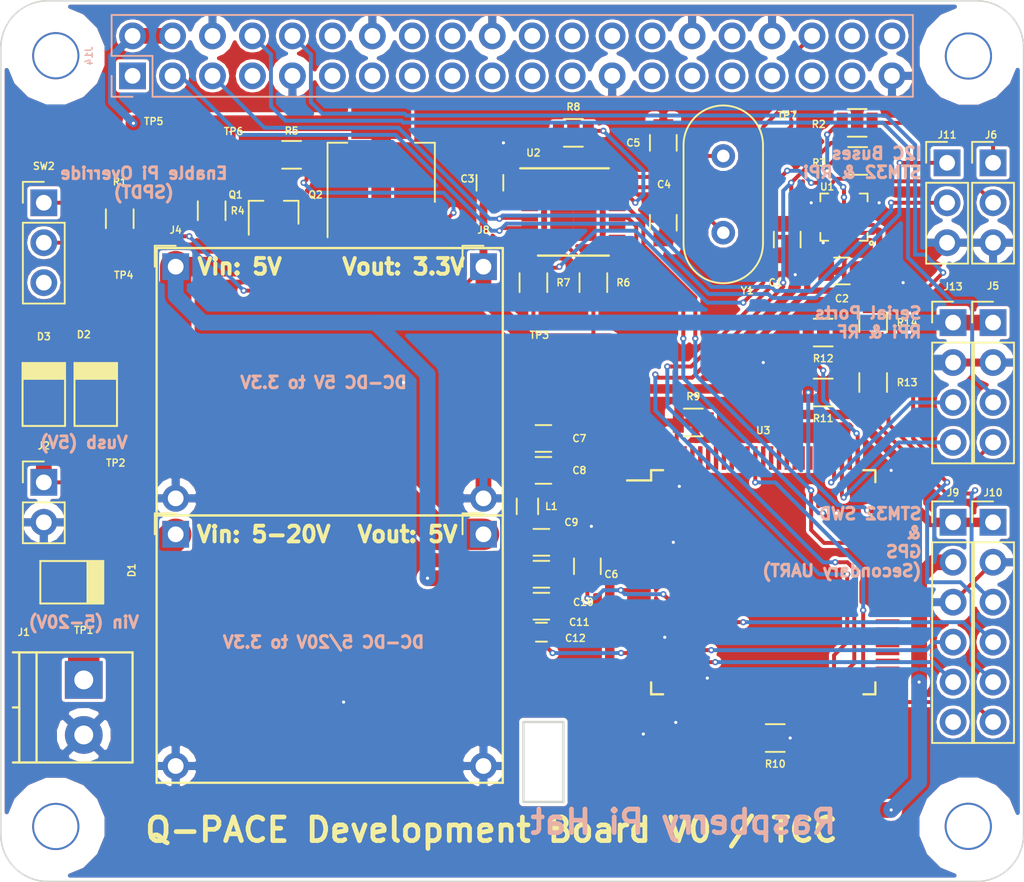
<source format=kicad_pcb>
(kicad_pcb (version 20171130) (host pcbnew "(5.0.2)-1")
  (layers (0 F.Cu signal) (1 In1.Cu signal) (2 In2.Cu signal hide) (31 B.Cu signal) (34 B.Paste user) (35 F.Paste user) (36 B.SilkS user) (37 F.SilkS user) (38 B.Mask user) (39 F.Mask user) (44 Edge.Cuts user))
  (net 0 "")
  (net 1 GND)
  (net 2 3_3V_Rail)
  (net 3 "Net-(C4-Pad1)")
  (net 4 "Net-(C5-Pad1)")
  (net 5 VDDA)
  (net 6 "Net-(D1-Pad1)")
  (net 7 "Net-(D1-Pad2)")
  (net 8 +5V)
  (net 9 "Net-(D2-Pad2)")
  (net 10 "Net-(D3-Pad2)")
  (net 11 /I2C_SCL)
  (net 12 /GPS_TX)
  (net 13 /GPS_RX)
  (net 14 /SWO)
  (net 15 /NRST)
  (net 16 /SWDIO)
  (net 17 /SWCLK)
  (net 18 /UART_RX_CCDR)
  (net 19 /UART_TX_CCDR)
  (net 20 /Simulate-CCDR/P5V_HAT)
  (net 21 /Simulate-CCDR/Pi_I2C_SDA)
  (net 22 /Simulate-CCDR/Pi_I2C_SCL)
  (net 23 /Simulate-CCDR/Pi_I2C_~IRQ)
  (net 24 /En_PiPwr)
  (net 25 "Net-(Q1-Pad3)")
  (net 26 "Net-(R1-Pad2)")
  (net 27 "Net-(R6-Pad2)")
  (net 28 "Net-(R8-Pad2)")
  (net 29 /Simluate-WTC/BOOT0)
  (net 30 /Simluate-WTC/BOOT1)
  (net 31 /Simluate-WTC/SWD_SWDIO)
  (net 32 /Simluate-WTC/SWD_SWCLK)
  (net 33 /Simluate-WTC/CCDR_UART_TX)
  (net 34 /Simluate-WTC/CCDR_UART_RX)
  (net 35 /UART_TX_RF_int)
  (net 36 /UART_RX_RF_int)
  (net 37 /I2C_SDA)
  (module Housings_QFP:LQFP-100_14x14mm_Pitch0.5mm (layer F.Cu) (at 127 97.79)
    (fp_text reference U3 (at 0 -9.65) (layer F.SilkS) (effects (font (size 0.45 0.45) (thickness 0.09))))
    (fp_text value STM32L151VETx)
    (pad 100 smd rect (at -6 -7.9 90) (size 1.5 0.28) (layers F.Cu F.Paste F.Mask) (net 2 3_3V_Rail))
    (pad 99 smd rect (at -5.5 -7.9 90) (size 1.5 0.28) (layers F.Cu F.Paste F.Mask) (net 1 GND))
    (pad 98 smd rect (at -5 -7.9 90) (size 1.5 0.28) (layers F.Cu F.Paste F.Mask))
    (pad 97 smd rect (at -4.5 -7.9 90) (size 1.5 0.28) (layers F.Cu F.Paste F.Mask))
    (pad 96 smd rect (at -4 -7.9 90) (size 1.5 0.28) (layers F.Cu F.Paste F.Mask))
    (pad 95 smd rect (at -3.5 -7.9 90) (size 1.5 0.28) (layers F.Cu F.Paste F.Mask))
    (pad 94 smd rect (at -3 -7.9 90) (size 1.5 0.28) (layers F.Cu F.Paste F.Mask) (net 29 /Simluate-WTC/BOOT0))
    (pad 93 smd rect (at -2.5 -7.9 90) (size 1.5 0.28) (layers F.Cu F.Paste F.Mask))
    (pad 92 smd rect (at -2 -7.9 90) (size 1.5 0.28) (layers F.Cu F.Paste F.Mask))
    (pad 91 smd rect (at -1.5 -7.9 90) (size 1.5 0.28) (layers F.Cu F.Paste F.Mask))
    (pad 90 smd rect (at -1 -7.9 90) (size 1.5 0.28) (layers F.Cu F.Paste F.Mask))
    (pad 89 smd rect (at -0.5 -7.9 90) (size 1.5 0.28) (layers F.Cu F.Paste F.Mask) (net 14 /SWO))
    (pad 88 smd rect (at 0 -7.9 90) (size 1.5 0.28) (layers F.Cu F.Paste F.Mask))
    (pad 87 smd rect (at 0.5 -7.9 90) (size 1.5 0.28) (layers F.Cu F.Paste F.Mask))
    (pad 86 smd rect (at 1 -7.9 90) (size 1.5 0.28) (layers F.Cu F.Paste F.Mask))
    (pad 85 smd rect (at 1.5 -7.9 90) (size 1.5 0.28) (layers F.Cu F.Paste F.Mask))
    (pad 84 smd rect (at 2 -7.9 90) (size 1.5 0.28) (layers F.Cu F.Paste F.Mask))
    (pad 83 smd rect (at 2.5 -7.9 90) (size 1.5 0.28) (layers F.Cu F.Paste F.Mask))
    (pad 82 smd rect (at 3 -7.9 90) (size 1.5 0.28) (layers F.Cu F.Paste F.Mask))
    (pad 81 smd rect (at 3.5 -7.9 90) (size 1.5 0.28) (layers F.Cu F.Paste F.Mask))
    (pad 80 smd rect (at 4 -7.9 90) (size 1.5 0.28) (layers F.Cu F.Paste F.Mask))
    (pad 79 smd rect (at 4.5 -7.9 90) (size 1.5 0.28) (layers F.Cu F.Paste F.Mask) (net 35 /UART_TX_RF_int))
    (pad 78 smd rect (at 5 -7.9 90) (size 1.5 0.28) (layers F.Cu F.Paste F.Mask) (net 36 /UART_RX_RF_int))
    (pad 77 smd rect (at 5.5 -7.9 90) (size 1.5 0.28) (layers F.Cu F.Paste F.Mask))
    (pad 76 smd rect (at 6 -7.9 90) (size 1.5 0.28) (layers F.Cu F.Paste F.Mask) (net 32 /Simluate-WTC/SWD_SWCLK))
    (pad 75 smd rect (at 7.9 -6) (size 1.5 0.28) (layers F.Cu F.Paste F.Mask) (net 2 3_3V_Rail))
    (pad 74 smd rect (at 7.9 -5.5) (size 1.5 0.28) (layers F.Cu F.Paste F.Mask) (net 1 GND))
    (pad 73 smd rect (at 7.9 -5) (size 1.5 0.28) (layers F.Cu F.Paste F.Mask))
    (pad 72 smd rect (at 7.9 -4.5) (size 1.5 0.28) (layers F.Cu F.Paste F.Mask) (net 31 /Simluate-WTC/SWD_SWDIO))
    (pad 71 smd rect (at 7.9 -4) (size 1.5 0.28) (layers F.Cu F.Paste F.Mask))
    (pad 70 smd rect (at 7.9 -3.5) (size 1.5 0.28) (layers F.Cu F.Paste F.Mask))
    (pad 69 smd rect (at 7.9 -3) (size 1.5 0.28) (layers F.Cu F.Paste F.Mask) (net 34 /Simluate-WTC/CCDR_UART_RX))
    (pad 68 smd rect (at 7.9 -2.5) (size 1.5 0.28) (layers F.Cu F.Paste F.Mask) (net 33 /Simluate-WTC/CCDR_UART_TX))
    (pad 67 smd rect (at 7.9 -2) (size 1.5 0.28) (layers F.Cu F.Paste F.Mask))
    (pad 66 smd rect (at 7.9 -1.5) (size 1.5 0.28) (layers F.Cu F.Paste F.Mask))
    (pad 65 smd rect (at 7.9 -1) (size 1.5 0.28) (layers F.Cu F.Paste F.Mask))
    (pad 64 smd rect (at 7.9 -0.5) (size 1.5 0.28) (layers F.Cu F.Paste F.Mask))
    (pad 63 smd rect (at 7.9 0) (size 1.5 0.28) (layers F.Cu F.Paste F.Mask))
    (pad 62 smd rect (at 7.9 0.5) (size 1.5 0.28) (layers F.Cu F.Paste F.Mask))
    (pad 61 smd rect (at 7.9 1) (size 1.5 0.28) (layers F.Cu F.Paste F.Mask))
    (pad 60 smd rect (at 7.9 1.5) (size 1.5 0.28) (layers F.Cu F.Paste F.Mask))
    (pad 59 smd rect (at 7.9 2) (size 1.5 0.28) (layers F.Cu F.Paste F.Mask))
    (pad 58 smd rect (at 7.9 2.5) (size 1.5 0.28) (layers F.Cu F.Paste F.Mask))
    (pad 57 smd rect (at 7.9 3) (size 1.5 0.28) (layers F.Cu F.Paste F.Mask))
    (pad 56 smd rect (at 7.9 3.5) (size 1.5 0.28) (layers F.Cu F.Paste F.Mask))
    (pad 55 smd rect (at 7.9 4) (size 1.5 0.28) (layers F.Cu F.Paste F.Mask))
    (pad 54 smd rect (at 7.9 4.5) (size 1.5 0.28) (layers F.Cu F.Paste F.Mask))
    (pad 53 smd rect (at 7.9 5) (size 1.5 0.28) (layers F.Cu F.Paste F.Mask))
    (pad 52 smd rect (at 7.9 5.5) (size 1.5 0.28) (layers F.Cu F.Paste F.Mask))
    (pad 51 smd rect (at 7.9 6) (size 1.5 0.28) (layers F.Cu F.Paste F.Mask))
    (pad 50 smd rect (at 6 7.9 90) (size 1.5 0.28) (layers F.Cu F.Paste F.Mask) (net 2 3_3V_Rail))
    (pad 49 smd rect (at 5.5 7.9 90) (size 1.5 0.28) (layers F.Cu F.Paste F.Mask) (net 1 GND))
    (pad 48 smd rect (at 5 7.9 90) (size 1.5 0.28) (layers F.Cu F.Paste F.Mask) (net 11 /I2C_SCL))
    (pad 47 smd rect (at 4.5 7.9 90) (size 1.5 0.28) (layers F.Cu F.Paste F.Mask) (net 37 /I2C_SDA))
    (pad 46 smd rect (at 4 7.9 90) (size 1.5 0.28) (layers F.Cu F.Paste F.Mask))
    (pad 45 smd rect (at 3.5 7.9 90) (size 1.5 0.28) (layers F.Cu F.Paste F.Mask))
    (pad 44 smd rect (at 3 7.9 90) (size 1.5 0.28) (layers F.Cu F.Paste F.Mask))
    (pad 43 smd rect (at 2.5 7.9 90) (size 1.5 0.28) (layers F.Cu F.Paste F.Mask))
    (pad 42 smd rect (at 2 7.9 90) (size 1.5 0.28) (layers F.Cu F.Paste F.Mask))
    (pad 41 smd rect (at 1.5 7.9 90) (size 1.5 0.28) (layers F.Cu F.Paste F.Mask))
    (pad 40 smd rect (at 1 7.9 90) (size 1.5 0.28) (layers F.Cu F.Paste F.Mask))
    (pad 39 smd rect (at 0.5 7.9 90) (size 1.5 0.28) (layers F.Cu F.Paste F.Mask))
    (pad 38 smd rect (at 0 7.9 90) (size 1.5 0.28) (layers F.Cu F.Paste F.Mask))
    (pad 37 smd rect (at -0.5 7.9 90) (size 1.5 0.28) (layers F.Cu F.Paste F.Mask) (net 30 /Simluate-WTC/BOOT1))
    (pad 36 smd rect (at -1 7.9 90) (size 1.5 0.28) (layers F.Cu F.Paste F.Mask))
    (pad 35 smd rect (at -1.5 7.9 90) (size 1.5 0.28) (layers F.Cu F.Paste F.Mask))
    (pad 34 smd rect (at -2 7.9 90) (size 1.5 0.28) (layers F.Cu F.Paste F.Mask))
    (pad 33 smd rect (at -2.5 7.9 90) (size 1.5 0.28) (layers F.Cu F.Paste F.Mask))
    (pad 32 smd rect (at -3 7.9 90) (size 1.5 0.28) (layers F.Cu F.Paste F.Mask))
    (pad 31 smd rect (at -3.5 7.9 90) (size 1.5 0.28) (layers F.Cu F.Paste F.Mask))
    (pad 30 smd rect (at -4 7.9 90) (size 1.5 0.28) (layers F.Cu F.Paste F.Mask))
    (pad 29 smd rect (at -4.5 7.9 90) (size 1.5 0.28) (layers F.Cu F.Paste F.Mask))
    (pad 28 smd rect (at -5 7.9 90) (size 1.5 0.28) (layers F.Cu F.Paste F.Mask) (net 2 3_3V_Rail))
    (pad 27 smd rect (at -5.5 7.9 90) (size 1.5 0.28) (layers F.Cu F.Paste F.Mask) (net 1 GND))
    (pad 26 smd rect (at -6 7.9 90) (size 1.5 0.28) (layers F.Cu F.Paste F.Mask) (net 13 /GPS_RX))
    (pad 25 smd rect (at -7.9 6) (size 1.5 0.28) (layers F.Cu F.Paste F.Mask) (net 12 /GPS_TX))
    (pad 24 smd rect (at -7.9 5.5) (size 1.5 0.28) (layers F.Cu F.Paste F.Mask))
    (pad 23 smd rect (at -7.9 5) (size 1.5 0.28) (layers F.Cu F.Paste F.Mask))
    (pad 22 smd rect (at -7.9 4.5) (size 1.5 0.28) (layers F.Cu F.Paste F.Mask) (net 5 VDDA))
    (pad 21 smd rect (at -7.9 4) (size 1.5 0.28) (layers F.Cu F.Paste F.Mask) (net 1 GND))
    (pad 20 smd rect (at -7.9 3.5) (size 1.5 0.28) (layers F.Cu F.Paste F.Mask) (net 1 GND))
    (pad 19 smd rect (at -7.9 3) (size 1.5 0.28) (layers F.Cu F.Paste F.Mask) (net 1 GND))
    (pad 18 smd rect (at -7.9 2.5) (size 1.5 0.28) (layers F.Cu F.Paste F.Mask))
    (pad 17 smd rect (at -7.9 2) (size 1.5 0.28) (layers F.Cu F.Paste F.Mask))
    (pad 16 smd rect (at -7.9 1.5) (size 1.5 0.28) (layers F.Cu F.Paste F.Mask))
    (pad 15 smd rect (at -7.9 1) (size 1.5 0.28) (layers F.Cu F.Paste F.Mask))
    (pad 14 smd rect (at -7.9 0.5) (size 1.5 0.28) (layers F.Cu F.Paste F.Mask) (net 15 /NRST))
    (pad 13 smd rect (at -7.9 0) (size 1.5 0.28) (layers F.Cu F.Paste F.Mask))
    (pad 12 smd rect (at -7.9 -0.5) (size 1.5 0.28) (layers F.Cu F.Paste F.Mask))
    (pad 11 smd rect (at -7.9 -1) (size 1.5 0.28) (layers F.Cu F.Paste F.Mask) (net 2 3_3V_Rail))
    (pad 10 smd rect (at -7.9 -1.5) (size 1.5 0.28) (layers F.Cu F.Paste F.Mask) (net 1 GND))
    (pad 9 smd rect (at -7.9 -2) (size 1.5 0.28) (layers F.Cu F.Paste F.Mask))
    (pad 8 smd rect (at -7.9 -2.5) (size 1.5 0.28) (layers F.Cu F.Paste F.Mask))
    (pad 7 smd rect (at -7.9 -3) (size 1.5 0.28) (layers F.Cu F.Paste F.Mask))
    (pad 6 smd rect (at -7.9 -3.5) (size 1.5 0.28) (layers F.Cu F.Paste F.Mask) (net 2 3_3V_Rail))
    (pad 5 smd rect (at -7.9 -4) (size 1.5 0.28) (layers F.Cu F.Paste F.Mask))
    (pad 4 smd rect (at -7.9 -4.5) (size 1.5 0.28) (layers F.Cu F.Paste F.Mask))
    (pad 3 smd rect (at -7.9 -5) (size 1.5 0.28) (layers F.Cu F.Paste F.Mask))
    (pad 2 smd rect (at -7.9 -5.5) (size 1.5 0.28) (layers F.Cu F.Paste F.Mask))
    (pad 1 smd rect (at -7.9 -6) (size 1.5 0.28) (layers F.Cu F.Paste F.Mask))
  )
  (module Resistors_SMD:R_0805 (layer F.Cu) (at 86.106 74.676 270)
    (fp_text reference R1 (at -2.354 0) (layer F.SilkS) (effects (font (size 0.45 0.45) (thickness 0.09))))
    (fp_text value 100k)
    (pad 2 smd rect (at 0.95 0 270) (size 0.7 1.3) (layers F.Cu F.Paste F.Mask) (net 26 "Net-(R1-Pad2)"))
    (pad 1 smd rect (at -0.95 0 270) (size 0.7 1.3) (layers F.Cu F.Paste F.Mask) (net 2 3_3V_Rail))
  )
  (module Inductors_SMD:L_0603 (layer F.Cu) (at 112.014 92.964 270)
    (fp_text reference L1 (at 0 -1.524) (layer F.SilkS) (effects (font (size 0.45 0.45) (thickness 0.09))))
    (fp_text value L)
    (pad 2 smd rect (at 0.75 0 270) (size 0.5 0.9) (layers F.Cu F.Paste F.Mask) (net 5 VDDA))
    (pad 1 smd rect (at -0.75 0 270) (size 0.5 0.9) (layers F.Cu F.Paste F.Mask) (net 2 3_3V_Rail))
  )
  (module Resistors_SMD:R_0805 (layer F.Cu) (at 91.948 74.168 270)
    (fp_text reference R4 (at 0 -1.65) (layer F.SilkS) (effects (font (size 0.45 0.45) (thickness 0.09))))
    (fp_text value 100k)
    (pad 2 smd rect (at 0.95 0 270) (size 0.7 1.3) (layers F.Cu F.Paste F.Mask) (net 1 GND))
    (pad 1 smd rect (at -0.95 0 270) (size 0.7 1.3) (layers F.Cu F.Paste F.Mask) (net 24 /En_PiPwr))
  )
  (module Socket_Strips:Socket_Strip_Straight_1x06_Pitch2.54mm (layer F.Cu) (at 141.605 93.98)
    (fp_text reference J10 (at 0 -1.888) (layer F.SilkS) (effects (font (size 0.45 0.45) (thickness 0.09))))
    (fp_text value SWD_ext)
    (pad 6 thru_hole oval (at 0 12.7) (size 1.7 1.7) (drill 1) (layers *.Cu *.Mask) (net 14 /SWO))
    (pad 5 thru_hole oval (at 0 10.16) (size 1.7 1.7) (drill 1) (layers *.Cu *.Mask) (net 15 /NRST))
    (pad 4 thru_hole oval (at 0 7.62) (size 1.7 1.7) (drill 1) (layers *.Cu *.Mask) (net 17 /SWCLK))
    (pad 3 thru_hole oval (at 0 5.08) (size 1.7 1.7) (drill 1) (layers *.Cu *.Mask) (net 16 /SWDIO))
    (pad 2 thru_hole oval (at 0 2.54) (size 1.7 1.7) (drill 1) (layers *.Cu *.Mask) (net 1 GND))
    (pad 1 thru_hole rect (at 0 0) (size 1.7 1.7) (drill 1) (layers *.Cu *.Mask) (net 2 3_3V_Rail))
  )
  (module Resistors_SMD:R_0805 (layer F.Cu) (at 132.969 68.58)
    (fp_text reference R2 (at -2.444 0.088) (layer F.SilkS) (effects (font (size 0.45 0.45) (thickness 0.09))))
    (fp_text value 10k)
    (pad 1 smd rect (at -0.95 0) (size 0.7 1.3) (layers F.Cu F.Paste F.Mask) (net 2 3_3V_Rail))
    (pad 2 smd rect (at 0.95 0) (size 0.7 1.3) (layers F.Cu F.Paste F.Mask) (net 37 /I2C_SDA))
  )
  (module Resistors_SMD:R_0805 (layer F.Cu) (at 133 71)
    (fp_text reference R3 (at -2.444 0.12) (layer F.SilkS) (effects (font (size 0.45 0.45) (thickness 0.09))))
    (fp_text value 10k)
    (pad 1 smd rect (at -0.95 0) (size 0.7 1.3) (layers F.Cu F.Paste F.Mask) (net 2 3_3V_Rail))
    (pad 2 smd rect (at 0.95 0) (size 0.7 1.3) (layers F.Cu F.Paste F.Mask) (net 11 /I2C_SCL))
  )
  (module Resistors_SMD:R_0805 (layer F.Cu) (at 97.028 70.612 180)
    (fp_text reference R5 (at 0 1.524 180) (layer F.SilkS) (effects (font (size 0.45 0.45) (thickness 0.09))))
    (fp_text value 100k)
    (pad 1 smd rect (at -0.95 0 180) (size 0.7 1.3) (layers F.Cu F.Paste F.Mask) (net 8 +5V))
    (pad 2 smd rect (at 0.95 0 180) (size 0.7 1.3) (layers F.Cu F.Paste F.Mask) (net 25 "Net-(Q1-Pad3)"))
  )
  (module Resistors_SMD:R_0805 (layer F.Cu) (at 127.762 107.696 180)
    (fp_text reference R10 (at 0 -1.65 180) (layer F.SilkS) (effects (font (size 0.45 0.45) (thickness 0.09))))
    (fp_text value 100k)
    (pad 2 smd rect (at 0.95 0 180) (size 0.7 1.3) (layers F.Cu F.Paste F.Mask) (net 30 /Simluate-WTC/BOOT1))
    (pad 1 smd rect (at -0.95 0 180) (size 0.7 1.3) (layers F.Cu F.Paste F.Mask) (net 1 GND))
  )
  (module Resistors_SMD:R_0805 (layer F.Cu) (at 130.81 81.915 180)
    (fp_text reference R12 (at 0 -1.65 180) (layer F.SilkS) (effects (font (size 0.45 0.45) (thickness 0.09))))
    (fp_text value 51)
    (pad 1 smd rect (at -0.95 0 180) (size 0.7 1.3) (layers F.Cu F.Paste F.Mask) (net 17 /SWCLK))
    (pad 2 smd rect (at 0.95 0 180) (size 0.7 1.3) (layers F.Cu F.Paste F.Mask) (net 32 /Simluate-WTC/SWD_SWCLK))
  )
  (module Resistors_SMD:R_0805 (layer F.Cu) (at 133.985 81.28 270)
    (fp_text reference R14 (at 0 -2.159) (layer F.SilkS) (effects (font (size 0.45 0.45) (thickness 0.09))))
    (fp_text value 10k)
    (pad 2 smd rect (at 0.95 0 270) (size 0.7 1.3) (layers F.Cu F.Paste F.Mask) (net 17 /SWCLK))
    (pad 1 smd rect (at -0.95 0 270) (size 0.7 1.3) (layers F.Cu F.Paste F.Mask) (net 2 3_3V_Rail))
  )
  (module project_footprints:LGA-12_2x2mm_Pitch0.5mm (layer F.Cu) (at 132.13 74.575)
    (fp_text reference U1 (at -1.066 -1.931) (layer F.SilkS) (effects (font (size 0.45 0.45) (thickness 0.09))))
    (fp_text value BMG160)
    (pad 5 smd rect (at 1.2625 -1) (size 0.675 0.25) (layers F.Cu F.Paste F.Mask) (clearance 0.05))
    (pad 4 smd rect (at 1.2625 -0.5) (size 0.675 0.25) (layers F.Cu F.Paste F.Mask) (clearance 0.05))
    (pad 3 smd rect (at 1.2625 0) (size 0.675 0.25) (layers F.Cu F.Paste F.Mask) (net 1 GND) (clearance 0.05))
    (pad 7 smd rect (at -1.2625 -1) (size 0.675 0.25) (layers F.Cu F.Paste F.Mask) (net 11 /I2C_SCL) (clearance 0.05))
    (pad 8 smd rect (at -1.2625 -0.5) (size 0.675 0.25) (layers F.Cu F.Paste F.Mask) (net 1 GND) (clearance 0.05))
    (pad 1 smd rect (at 1.2625 1) (size 0.675 0.25) (layers F.Cu F.Paste F.Mask) (net 2 3_3V_Rail) (clearance 0.05))
    (pad 2 smd rect (at 1.2625 0.5) (size 0.675 0.25) (layers F.Cu F.Paste F.Mask) (net 2 3_3V_Rail) (clearance 0.05))
    (pad 11 smd rect (at -1.2625 1) (size 0.675 0.25) (layers F.Cu F.Paste F.Mask) (net 1 GND) (clearance 0.05))
    (pad 10 smd rect (at -1.2625 0.5) (size 0.675 0.25) (layers F.Cu F.Paste F.Mask) (net 2 3_3V_Rail) (clearance 0.05))
    (pad 9 smd rect (at -1.2625 0) (size 0.675 0.25) (layers F.Cu F.Paste F.Mask) (net 37 /I2C_SDA) (clearance 0.05))
    (pad 12 smd rect (at 0 1.2625) (size 0.25 0.675) (layers F.Cu F.Paste F.Mask) (clearance 0.05))
    (pad 6 smd rect (at 0 -1.2625) (size 0.25 0.675) (layers F.Cu F.Paste F.Mask) (net 2 3_3V_Rail) (clearance 0.05))
  )
  (module Resistors_SMD:R_0805 (layer F.Cu) (at 133.985 85.09 270)
    (fp_text reference R13 (at 0 -2.159) (layer F.SilkS) (effects (font (size 0.45 0.45) (thickness 0.09))))
    (fp_text value 10k)
    (pad 1 smd rect (at -0.95 0 270) (size 0.7 1.3) (layers F.Cu F.Paste F.Mask) (net 2 3_3V_Rail))
    (pad 2 smd rect (at 0.95 0 270) (size 0.7 1.3) (layers F.Cu F.Paste F.Mask) (net 16 /SWDIO))
  )
  (module Crystals:Crystal_HC49-U_Vertical (layer F.Cu) (at 124.46 75.565 90)
    (fp_text reference Y1 (at -3.683 1.524 180) (layer F.SilkS) (effects (font (size 0.45 0.45) (thickness 0.09))))
    (fp_text value 1.8432MHz)
    (pad 2 thru_hole circle (at 4.88 0 90) (size 1.5 1.5) (drill 0.8) (layers *.Cu *.Mask) (net 4 "Net-(C5-Pad1)"))
    (pad 1 thru_hole circle (at 0 0 90) (size 1.5 1.5) (drill 0.8) (layers *.Cu *.Mask) (net 3 "Net-(C4-Pad1)"))
  )
  (module project_footprints:SOD-128 (layer F.Cu) (at 83.058 97.79 180)
    (fp_text reference D1 (at -3.81 0.762 90) (layer F.SilkS) (effects (font (size 0.45 0.45) (thickness 0.09))))
    (fp_text value D_Schottky hide)
    (pad 1 smd rect (at -2.2 0 180) (size 1.4 2.1) (layers F.Cu F.Paste F.Mask) (net 6 "Net-(D1-Pad1)"))
    (pad 2 smd rect (at 2.2 0 180) (size 1.4 2.1) (layers F.Cu F.Paste F.Mask) (net 7 "Net-(D1-Pad2)"))
  )
  (module Capacitors_SMD:C_0805 (layer F.Cu) (at 112.903 97.282)
    (fp_text reference C10 (at 2.667 1.778) (layer F.SilkS) (effects (font (size 0.45 0.45) (thickness 0.09))))
    (fp_text value 0.1uF)
    (pad 2 smd rect (at 1 0) (size 1 1.25) (layers F.Cu F.Paste F.Mask) (net 1 GND))
    (pad 1 smd rect (at -1 0) (size 1 1.25) (layers F.Cu F.Paste F.Mask) (net 5 VDDA))
  )
  (module Capacitors_SMD:C_0805 (layer F.Cu) (at 113.03 88.646)
    (fp_text reference C7 (at 2.286 0) (layer F.SilkS) (effects (font (size 0.45 0.45) (thickness 0.09))))
    (fp_text value 0.1uF)
    (pad 1 smd rect (at -1 0) (size 1 1.25) (layers F.Cu F.Paste F.Mask) (net 2 3_3V_Rail))
    (pad 2 smd rect (at 1 0) (size 1 1.25) (layers F.Cu F.Paste F.Mask) (net 1 GND))
  )
  (module Capacitors_SMD:C_0805 (layer F.Cu) (at 112.903 95.25)
    (fp_text reference C9 (at 1.905 -1.27) (layer F.SilkS) (effects (font (size 0.45 0.45) (thickness 0.09))))
    (fp_text value 1uF)
    (pad 1 smd rect (at -1 0) (size 1 1.25) (layers F.Cu F.Paste F.Mask) (net 5 VDDA))
    (pad 2 smd rect (at 1 0) (size 1 1.25) (layers F.Cu F.Paste F.Mask) (net 1 GND))
  )
  (module Capacitors_SMD:C_0805 (layer F.Cu) (at 112.903 99.314)
    (fp_text reference C11 (at 2.413 1.016) (layer F.SilkS) (effects (font (size 0.45 0.45) (thickness 0.09))))
    (fp_text value 0.1uF)
    (pad 1 smd rect (at -1 0) (size 1 1.25) (layers F.Cu F.Paste F.Mask) (net 5 VDDA))
    (pad 2 smd rect (at 1 0) (size 1 1.25) (layers F.Cu F.Paste F.Mask) (net 1 GND))
  )
  (module project_footprints:SOD-128 (layer F.Cu) (at 81.28 85.852 270)
    (fp_text reference D3 (at -3.683 0 180) (layer F.SilkS) (effects (font (size 0.45 0.45) (thickness 0.09))))
    (fp_text value D_Schottky hide)
    (pad 2 smd rect (at 2.2 0 270) (size 1.4 2.1) (layers F.Cu F.Paste F.Mask) (net 10 "Net-(D3-Pad2)"))
    (pad 1 smd rect (at -2.2 0 270) (size 1.4 2.1) (layers F.Cu F.Paste F.Mask) (net 8 +5V))
  )
  (module Capacitors_SMD:C_0603 (layer F.Cu) (at 112.903 100.965)
    (fp_text reference C12 (at 2.159 0.381) (layer F.SilkS) (effects (font (size 0.45 0.45) (thickness 0.09))))
    (fp_text value 180pF)
    (pad 1 smd rect (at -0.75 0) (size 0.8 0.75) (layers F.Cu F.Paste F.Mask) (net 5 VDDA))
    (pad 2 smd rect (at 0.75 0) (size 0.8 0.75) (layers F.Cu F.Paste F.Mask) (net 1 GND))
  )
  (module Capacitors_SMD:C_0805 (layer F.Cu) (at 120.65 69.85 90)
    (fp_text reference C5 (at 0 -1.905 180) (layer F.SilkS) (effects (font (size 0.45 0.45) (thickness 0.09))))
    (fp_text value 18pF)
    (pad 2 smd rect (at 1 0 90) (size 1 1.25) (layers F.Cu F.Paste F.Mask) (net 1 GND))
    (pad 1 smd rect (at -1 0 90) (size 1 1.25) (layers F.Cu F.Paste F.Mask) (net 4 "Net-(C5-Pad1)"))
  )
  (module project_footprints:SOD-128 (layer F.Cu) (at 84.582 85.852 270)
    (fp_text reference D2 (at -3.81 0.762 180) (layer F.SilkS) (effects (font (size 0.45 0.45) (thickness 0.09))))
    (fp_text value D_Schottky hide)
    (pad 1 smd rect (at -2.2 0 270) (size 1.4 2.1) (layers F.Cu F.Paste F.Mask) (net 8 +5V))
    (pad 2 smd rect (at 2.2 0 270) (size 1.4 2.1) (layers F.Cu F.Paste F.Mask) (net 9 "Net-(D2-Pad2)"))
  )
  (module Capacitors_SMD:C_0805 (layer F.Cu) (at 115.824 96.774 90)
    (fp_text reference C6 (at -0.508 1.524) (layer F.SilkS) (effects (font (size 0.45 0.45) (thickness 0.09))))
    (fp_text value 0.1uF)
    (pad 1 smd rect (at -1 0 90) (size 1 1.25) (layers F.Cu F.Paste F.Mask) (net 15 /NRST))
    (pad 2 smd rect (at 1 0 90) (size 1 1.25) (layers F.Cu F.Paste F.Mask) (net 1 GND))
  )
  (module Capacitors_SMD:C_0805 (layer F.Cu) (at 113.03 90.678)
    (fp_text reference C8 (at 2.286 0) (layer F.SilkS) (effects (font (size 0.45 0.45) (thickness 0.09))))
    (fp_text value 1uF)
    (pad 2 smd rect (at 1 0) (size 1 1.25) (layers F.Cu F.Paste F.Mask) (net 1 GND))
    (pad 1 smd rect (at -1 0) (size 1 1.25) (layers F.Cu F.Paste F.Mask) (net 2 3_3V_Rail))
  )
  (module Capacitors_SMD:C_0805 (layer F.Cu) (at 128.524 76 270)
    (fp_text reference C1 (at 2.74 0.745) (layer F.SilkS) (effects (font (size 0.45 0.45) (thickness 0.09))))
    (fp_text value 0.1uF)
    (pad 1 smd rect (at -1 0 270) (size 1 1.25) (layers F.Cu F.Paste F.Mask) (net 2 3_3V_Rail))
    (pad 2 smd rect (at 1 0 270) (size 1 1.25) (layers F.Cu F.Paste F.Mask) (net 1 GND))
  )
  (module Capacitors_SMD:C_0805 (layer F.Cu) (at 109.63 72.39 90)
    (fp_text reference C3 (at 0.254 -1.426 180) (layer F.SilkS) (effects (font (size 0.45 0.45) (thickness 0.09))))
    (fp_text value 0.1uF)
    (pad 1 smd rect (at -1 0 90) (size 1 1.25) (layers F.Cu F.Paste F.Mask) (net 2 3_3V_Rail))
    (pad 2 smd rect (at 1 0 90) (size 1 1.25) (layers F.Cu F.Paste F.Mask) (net 1 GND))
  )
  (module Capacitors_SMD:C_0805 (layer F.Cu) (at 132 78 180)
    (fp_text reference C2 (at 0 -1.756) (layer F.SilkS) (effects (font (size 0.45 0.45) (thickness 0.09))))
    (fp_text value 0.1uF)
    (pad 2 smd rect (at 1 0 180) (size 1 1.25) (layers F.Cu F.Paste F.Mask) (net 1 GND))
    (pad 1 smd rect (at -1 0 180) (size 1 1.25) (layers F.Cu F.Paste F.Mask) (net 2 3_3V_Rail))
  )
  (module Capacitors_SMD:C_0805 (layer F.Cu) (at 120.65 74.93 270)
    (fp_text reference C4 (at -2.435 -0.045) (layer F.SilkS) (effects (font (size 0.45 0.45) (thickness 0.09))))
    (fp_text value 18pF)
    (pad 2 smd rect (at 1 0 270) (size 1 1.25) (layers F.Cu F.Paste F.Mask) (net 1 GND))
    (pad 1 smd rect (at -1 0 270) (size 1 1.25) (layers F.Cu F.Paste F.Mask) (net 3 "Net-(C4-Pad1)"))
  )
  (module Connector_PinSocket_2.54mm:PinSocket_2x20_P2.54mm_Vertical (layer B.Cu) (at 86.92 65.59 270)
    (fp_text reference J14 (at -1.27 2.77 270) (layer B.SilkS) (effects (font (size 0.45 0.45) (thickness 0.09)) (justify mirror)))
    (fp_text value 40HAT)
    (pad 1 thru_hole rect (at 0 0 270) (size 1.7 1.7) (drill 1) (layers *.Cu *.Mask))
    (pad 2 thru_hole oval (at -2.54 0 270) (size 1.7 1.7) (drill 1) (layers *.Cu *.Mask) (net 20 /Simulate-CCDR/P5V_HAT))
    (pad 3 thru_hole oval (at 0 -2.54 270) (size 1.7 1.7) (drill 1) (layers *.Cu *.Mask) (net 21 /Simulate-CCDR/Pi_I2C_SDA))
    (pad 4 thru_hole oval (at -2.54 -2.54 270) (size 1.7 1.7) (drill 1) (layers *.Cu *.Mask) (net 20 /Simulate-CCDR/P5V_HAT))
    (pad 5 thru_hole oval (at 0 -5.08 270) (size 1.7 1.7) (drill 1) (layers *.Cu *.Mask) (net 22 /Simulate-CCDR/Pi_I2C_SCL))
    (pad 6 thru_hole oval (at -2.54 -5.08 270) (size 1.7 1.7) (drill 1) (layers *.Cu *.Mask) (net 1 GND))
    (pad 7 thru_hole oval (at 0 -7.62 270) (size 1.7 1.7) (drill 1) (layers *.Cu *.Mask))
    (pad 8 thru_hole oval (at -2.54 -7.62 270) (size 1.7 1.7) (drill 1) (layers *.Cu *.Mask) (net 19 /UART_TX_CCDR))
    (pad 9 thru_hole oval (at 0 -10.16 270) (size 1.7 1.7) (drill 1) (layers *.Cu *.Mask) (net 1 GND))
    (pad 10 thru_hole oval (at -2.54 -10.16 270) (size 1.7 1.7) (drill 1) (layers *.Cu *.Mask) (net 18 /UART_RX_CCDR))
    (pad 11 thru_hole oval (at 0 -12.7 270) (size 1.7 1.7) (drill 1) (layers *.Cu *.Mask))
    (pad 12 thru_hole oval (at -2.54 -12.7 270) (size 1.7 1.7) (drill 1) (layers *.Cu *.Mask))
    (pad 13 thru_hole oval (at 0 -15.24 270) (size 1.7 1.7) (drill 1) (layers *.Cu *.Mask))
    (pad 14 thru_hole oval (at -2.54 -15.24 270) (size 1.7 1.7) (drill 1) (layers *.Cu *.Mask) (net 1 GND))
    (pad 15 thru_hole oval (at 0 -17.78 270) (size 1.7 1.7) (drill 1) (layers *.Cu *.Mask))
    (pad 16 thru_hole oval (at -2.54 -17.78 270) (size 1.7 1.7) (drill 1) (layers *.Cu *.Mask))
    (pad 17 thru_hole oval (at 0 -20.32 270) (size 1.7 1.7) (drill 1) (layers *.Cu *.Mask))
    (pad 18 thru_hole oval (at -2.54 -20.32 270) (size 1.7 1.7) (drill 1) (layers *.Cu *.Mask))
    (pad 19 thru_hole oval (at 0 -22.86 270) (size 1.7 1.7) (drill 1) (layers *.Cu *.Mask))
    (pad 20 thru_hole oval (at -2.54 -22.86 270) (size 1.7 1.7) (drill 1) (layers *.Cu *.Mask) (net 1 GND))
    (pad 21 thru_hole oval (at 0 -25.4 270) (size 1.7 1.7) (drill 1) (layers *.Cu *.Mask))
    (pad 22 thru_hole oval (at -2.54 -25.4 270) (size 1.7 1.7) (drill 1) (layers *.Cu *.Mask))
    (pad 23 thru_hole oval (at 0 -27.94 270) (size 1.7 1.7) (drill 1) (layers *.Cu *.Mask))
    (pad 24 thru_hole oval (at -2.54 -27.94 270) (size 1.7 1.7) (drill 1) (layers *.Cu *.Mask))
    (pad 25 thru_hole oval (at 0 -30.48 270) (size 1.7 1.7) (drill 1) (layers *.Cu *.Mask) (net 1 GND))
    (pad 26 thru_hole oval (at -2.54 -30.48 270) (size 1.7 1.7) (drill 1) (layers *.Cu *.Mask))
    (pad 27 thru_hole oval (at 0 -33.02 270) (size 1.7 1.7) (drill 1) (layers *.Cu *.Mask))
    (pad 28 thru_hole oval (at -2.54 -33.02 270) (size 1.7 1.7) (drill 1) (layers *.Cu *.Mask))
    (pad 29 thru_hole oval (at 0 -35.56 270) (size 1.7 1.7) (drill 1) (layers *.Cu *.Mask))
    (pad 30 thru_hole oval (at -2.54 -35.56 270) (size 1.7 1.7) (drill 1) (layers *.Cu *.Mask) (net 1 GND))
    (pad 31 thru_hole oval (at 0 -38.1 270) (size 1.7 1.7) (drill 1) (layers *.Cu *.Mask))
    (pad 32 thru_hole oval (at -2.54 -38.1 270) (size 1.7 1.7) (drill 1) (layers *.Cu *.Mask))
    (pad 33 thru_hole oval (at 0 -40.64 270) (size 1.7 1.7) (drill 1) (layers *.Cu *.Mask))
    (pad 34 thru_hole oval (at -2.54 -40.64 270) (size 1.7 1.7) (drill 1) (layers *.Cu *.Mask) (net 1 GND))
    (pad 35 thru_hole oval (at 0 -43.18 270) (size 1.7 1.7) (drill 1) (layers *.Cu *.Mask))
    (pad 36 thru_hole oval (at -2.54 -43.18 270) (size 1.7 1.7) (drill 1) (layers *.Cu *.Mask) (net 23 /Simulate-CCDR/Pi_I2C_~IRQ))
    (pad 37 thru_hole oval (at 0 -45.72 270) (size 1.7 1.7) (drill 1) (layers *.Cu *.Mask))
    (pad 38 thru_hole oval (at -2.54 -45.72 270) (size 1.7 1.7) (drill 1) (layers *.Cu *.Mask))
    (pad 39 thru_hole oval (at 0 -48.26 270) (size 1.7 1.7) (drill 1) (layers *.Cu *.Mask) (net 1 GND))
    (pad 40 thru_hole oval (at -2.54 -48.26 270) (size 1.7 1.7) (drill 1) (layers *.Cu *.Mask))
  )
  (module project_footprints:NPTH_3mm_ID (layer F.Cu) (at 82.04 64.31)
    (fp_text reference H1 (at 0.06 0.09) (layer F.SilkS) (effects (font (size 0.45 0.45) (thickness 0.09))))
    (fp_text value 3mm_Mounting_Hole hide)
    (pad "" np_thru_hole circle (at 0 0) (size 3 3) (drill 2.75) (layers *.Cu *.Mask) (clearance 1.6))
  )
  (module project_footprints:NPTH_3mm_ID (layer F.Cu) (at 140.04 64.33)
    (fp_text reference H2 (at 0.06 0.09) (layer F.SilkS) (effects (font (size 0.45 0.45) (thickness 0.09))))
    (fp_text value 3mm_Mounting_Hole hide)
    (pad "" np_thru_hole circle (at 0 0) (size 3 3) (drill 2.75) (layers *.Cu *.Mask) (clearance 1.6))
  )
  (module project_footprints:NPTH_3mm_ID (layer F.Cu) (at 82.04 113.32)
    (fp_text reference H3 (at 0.06 0.09) (layer F.SilkS) (effects (font (size 0.45 0.45) (thickness 0.09))))
    (fp_text value 3mm_Mounting_Hole hide)
    (pad "" np_thru_hole circle (at 0 0) (size 3 3) (drill 2.75) (layers *.Cu *.Mask) (clearance 1.6))
  )
  (module project_footprints:NPTH_3mm_ID (layer F.Cu) (at 140.03 113.31)
    (fp_text reference H4 (at 0.06 0.09) (layer F.SilkS) (effects (font (size 0.45 0.45) (thickness 0.09))))
    (fp_text value 3mm_Mounting_Hole hide)
    (pad "" np_thru_hole circle (at 0 0) (size 3 3) (drill 2.75) (layers *.Cu *.Mask) (clearance 1.6))
  )
  (module Socket_Strips:Socket_Strip_Straight_1x03_Pitch2.54mm (layer F.Cu) (at 141.605 71.12)
    (fp_text reference J6 (at -0.127 -1.778) (layer F.SilkS) (effects (font (size 0.45 0.45) (thickness 0.09))))
    (fp_text value WTC_I2C-BUS)
    (pad 3 thru_hole oval (at 0 5.08) (size 1.7 1.7) (drill 1) (layers *.Cu *.Mask) (net 1 GND))
    (pad 2 thru_hole oval (at 0 2.54) (size 1.7 1.7) (drill 1) (layers *.Cu *.Mask) (net 11 /I2C_SCL))
    (pad 1 thru_hole rect (at 0 0) (size 1.7 1.7) (drill 1) (layers *.Cu *.Mask) (net 37 /I2C_SDA))
  )
  (module Socket_Strips:Socket_Strip_Straight_1x06_Pitch2.54mm (layer F.Cu) (at 139.065 93.98)
    (fp_text reference J9 (at 0 -1.888) (layer F.SilkS) (effects (font (size 0.45 0.45) (thickness 0.09))))
    (fp_text value GPS)
    (pad 6 thru_hole oval (at 0 12.7) (size 1.7 1.7) (drill 1) (layers *.Cu *.Mask))
    (pad 5 thru_hole oval (at 0 10.16) (size 1.7 1.7) (drill 1) (layers *.Cu *.Mask) (net 13 /GPS_RX))
    (pad 4 thru_hole oval (at 0 7.62) (size 1.7 1.7) (drill 1) (layers *.Cu *.Mask) (net 12 /GPS_TX))
    (pad 3 thru_hole oval (at 0 5.08) (size 1.7 1.7) (drill 1) (layers *.Cu *.Mask) (net 1 GND))
    (pad 2 thru_hole oval (at 0 2.54) (size 1.7 1.7) (drill 1) (layers *.Cu *.Mask) (net 8 +5V))
    (pad 1 thru_hole rect (at 0 0) (size 1.7 1.7) (drill 1) (layers *.Cu *.Mask) (net 2 3_3V_Rail))
  )
  (module TO_SOT_Packages_SMD:SOT-223 (layer F.Cu) (at 102.721597 71.755 90)
    (fp_text reference Q2 (at -1.397 -4.169597 180) (layer F.SilkS) (effects (font (size 0.45 0.45) (thickness 0.09))))
    (fp_text value Q_PMOS_GDSD)
    (pad 1 smd rect (at -3.15 -2.3 90) (size 2 1.5) (layers F.Cu F.Paste F.Mask) (net 25 "Net-(Q1-Pad3)"))
    (pad 3 smd rect (at -3.15 2.3 90) (size 2 1.5) (layers F.Cu F.Paste F.Mask) (net 8 +5V))
    (pad 2 smd rect (at -3.15 0 90) (size 2 1.5) (layers F.Cu F.Paste F.Mask) (net 20 /Simulate-CCDR/P5V_HAT))
    (pad 4 smd rect (at 3.15 0 90) (size 2 3.8) (layers F.Cu F.Paste F.Mask) (net 20 /Simulate-CCDR/P5V_HAT))
  )
  (module Resistors_SMD:R_0805 (layer F.Cu) (at 116.205 78.74 90)
    (fp_text reference R6 (at 0 1.905 180) (layer F.SilkS) (effects (font (size 0.45 0.45) (thickness 0.09))))
    (fp_text value 10k)
    (pad 1 smd rect (at -0.95 0 90) (size 0.7 1.3) (layers F.Cu F.Paste F.Mask) (net 2 3_3V_Rail))
    (pad 2 smd rect (at 0.95 0 90) (size 0.7 1.3) (layers F.Cu F.Paste F.Mask) (net 27 "Net-(R6-Pad2)"))
  )
  (module Resistors_SMD:R_0805 (layer F.Cu) (at 112.395 78.74 90)
    (fp_text reference R7 (at 0 1.905 180) (layer F.SilkS) (effects (font (size 0.45 0.45) (thickness 0.09))))
    (fp_text value 1k)
    (pad 2 smd rect (at 0.95 0 90) (size 0.7 1.3) (layers F.Cu F.Paste F.Mask) (net 23 /Simulate-CCDR/Pi_I2C_~IRQ))
    (pad 1 smd rect (at -0.95 0 90) (size 0.7 1.3) (layers F.Cu F.Paste F.Mask) (net 2 3_3V_Rail))
  )
  (module Resistors_SMD:R_0805 (layer F.Cu) (at 114.935 69.215)
    (fp_text reference R8 (at 0 -1.65) (layer F.SilkS) (effects (font (size 0.45 0.45) (thickness 0.09))))
    (fp_text value 10K)
    (pad 2 smd rect (at 0.95 0) (size 0.7 1.3) (layers F.Cu F.Paste F.Mask) (net 28 "Net-(R8-Pad2)"))
    (pad 1 smd rect (at -0.95 0) (size 0.7 1.3) (layers F.Cu F.Paste F.Mask) (net 2 3_3V_Rail))
  )
  (module Resistors_SMD:R_0805 (layer F.Cu) (at 122.555 87.63)
    (fp_text reference R9 (at 0 -1.65) (layer F.SilkS) (effects (font (size 0.45 0.45) (thickness 0.09))))
    (fp_text value 100k)
    (pad 1 smd rect (at -0.95 0) (size 0.7 1.3) (layers F.Cu F.Paste F.Mask) (net 1 GND))
    (pad 2 smd rect (at 0.95 0) (size 0.7 1.3) (layers F.Cu F.Paste F.Mask) (net 29 /Simluate-WTC/BOOT0))
  )
  (module Resistors_SMD:R_0805 (layer F.Cu) (at 130.81 85.725 180)
    (fp_text reference R11 (at 0 -1.65 180) (layer F.SilkS) (effects (font (size 0.45 0.45) (thickness 0.09))))
    (fp_text value 51)
    (pad 2 smd rect (at 0.95 0 180) (size 0.7 1.3) (layers F.Cu F.Paste F.Mask) (net 31 /Simluate-WTC/SWD_SWDIO))
    (pad 1 smd rect (at -0.95 0 180) (size 0.7 1.3) (layers F.Cu F.Paste F.Mask) (net 16 /SWDIO))
  )
  (module Housings_SSOP:TSSOP-16-1EP_4.4x5mm_Pitch0.65mm (layer F.Cu) (at 114.935 74.295)
    (fp_text reference U2 (at -2.54 -3.81) (layer F.SilkS) (effects (font (size 0.45 0.45) (thickness 0.09))))
    (fp_text value SC16IS740)
    (pad 17 smd rect (at -0.735 -1.3425) (size 1.47 0.895) (layers F.Cu F.Paste F.Mask))
    (pad 17 smd rect (at -0.735 -0.4475) (size 1.47 0.895) (layers F.Cu F.Paste F.Mask))
    (pad 17 smd rect (at -0.735 0.4475) (size 1.47 0.895) (layers F.Cu F.Paste F.Mask))
    (pad 17 smd rect (at -0.735 1.3425) (size 1.47 0.895) (layers F.Cu F.Paste F.Mask))
    (pad 17 smd rect (at 0.735 -1.3425) (size 1.47 0.895) (layers F.Cu F.Paste F.Mask))
    (pad 17 smd rect (at 0.735 -0.4475) (size 1.47 0.895) (layers F.Cu F.Paste F.Mask))
    (pad 17 smd rect (at 0.735 0.4475) (size 1.47 0.895) (layers F.Cu F.Paste F.Mask))
    (pad 17 smd rect (at 0.735 1.3425) (size 1.47 0.895) (layers F.Cu F.Paste F.Mask))
    (pad 16 smd rect (at 2.775 -2.275) (size 1.05 0.45) (layers F.Cu F.Paste F.Mask) (net 4 "Net-(C5-Pad1)"))
    (pad 15 smd rect (at 2.775 -1.625) (size 1.05 0.45) (layers F.Cu F.Paste F.Mask) (net 3 "Net-(C4-Pad1)"))
    (pad 14 smd rect (at 2.775 -0.975) (size 1.05 0.45) (layers F.Cu F.Paste F.Mask) (net 28 "Net-(R8-Pad2)"))
    (pad 13 smd rect (at 2.775 -0.325) (size 1.05 0.45) (layers F.Cu F.Paste F.Mask) (net 33 /Simluate-WTC/CCDR_UART_TX))
    (pad 12 smd rect (at 2.775 0.325) (size 1.05 0.45) (layers F.Cu F.Paste F.Mask) (net 34 /Simluate-WTC/CCDR_UART_RX))
    (pad 11 smd rect (at 2.775 0.975) (size 1.05 0.45) (layers F.Cu F.Paste F.Mask))
    (pad 10 smd rect (at 2.775 1.625) (size 1.05 0.45) (layers F.Cu F.Paste F.Mask))
    (pad 9 smd rect (at 2.775 2.275) (size 1.05 0.45) (layers F.Cu F.Paste F.Mask) (net 1 GND))
    (pad 8 smd rect (at -2.775 2.275) (size 1.05 0.45) (layers F.Cu F.Paste F.Mask) (net 27 "Net-(R6-Pad2)"))
    (pad 7 smd rect (at -2.775 1.625) (size 1.05 0.45) (layers F.Cu F.Paste F.Mask) (net 23 /Simulate-CCDR/Pi_I2C_~IRQ))
    (pad 6 smd rect (at -2.775 0.975) (size 1.05 0.45) (layers F.Cu F.Paste F.Mask) (net 21 /Simulate-CCDR/Pi_I2C_SDA))
    (pad 5 smd rect (at -2.775 0.325) (size 1.05 0.45) (layers F.Cu F.Paste F.Mask) (net 22 /Simulate-CCDR/Pi_I2C_SCL))
    (pad 4 smd rect (at -2.775 -0.325) (size 1.05 0.45) (layers F.Cu F.Paste F.Mask))
    (pad 3 smd rect (at -2.775 -0.975) (size 1.05 0.45) (layers F.Cu F.Paste F.Mask) (net 2 3_3V_Rail))
    (pad 2 smd rect (at -2.775 -1.625) (size 1.05 0.45) (layers F.Cu F.Paste F.Mask) (net 2 3_3V_Rail))
    (pad 1 smd rect (at -2.775 -2.275) (size 1.05 0.45) (layers F.Cu F.Paste F.Mask) (net 2 3_3V_Rail))
  )
  (module Socket_Strips:Socket_Strip_Straight_1x02_Pitch2.54mm (layer F.Cu) (at 81.28 91.44)
    (fp_text reference J2 (at 0 -2.33) (layer F.SilkS) (effects (font (size 0.45 0.45) (thickness 0.09))))
    (fp_text value 5Vin-USB)
    (pad 2 thru_hole oval (at 0 2.54) (size 1.7 1.7) (drill 1) (layers *.Cu *.Mask) (net 1 GND))
    (pad 1 thru_hole rect (at 0 0) (size 1.7 1.7) (drill 1) (layers *.Cu *.Mask) (net 10 "Net-(D3-Pad2)"))
  )
  (module Socket_Strips:Socket_Strip_Straight_1x03_Pitch2.54mm (layer F.Cu) (at 81.28 73.66)
    (fp_text reference SW2 (at 0 -2.33) (layer F.SilkS) (effects (font (size 0.45 0.45) (thickness 0.09))))
    (fp_text value SW_SPDT)
    (pad 3 thru_hole oval (at 0 5.08) (size 1.7 1.7) (drill 1) (layers *.Cu *.Mask))
    (pad 2 thru_hole oval (at 0 2.54) (size 1.7 1.7) (drill 1) (layers *.Cu *.Mask) (net 26 "Net-(R1-Pad2)"))
    (pad 1 thru_hole rect (at 0 0) (size 1.7 1.7) (drill 1) (layers *.Cu *.Mask) (net 24 /En_PiPwr))
  )
  (module Socket_Strips:Socket_Strip_Straight_1x04_Pitch2.54mm (layer F.Cu) (at 139.065 81.28)
    (fp_text reference J13 (at 0 -2.286) (layer F.SilkS) (effects (font (size 0.45 0.45) (thickness 0.09))))
    (fp_text value RF_External)
    (pad 4 thru_hole oval (at 0 7.62) (size 1.7 1.7) (drill 1) (layers *.Cu *.Mask) (net 36 /UART_RX_RF_int))
    (pad 3 thru_hole oval (at 0 5.08) (size 1.7 1.7) (drill 1) (layers *.Cu *.Mask) (net 35 /UART_TX_RF_int))
    (pad 2 thru_hole oval (at 0 2.54) (size 1.7 1.7) (drill 1) (layers *.Cu *.Mask) (net 1 GND))
    (pad 1 thru_hole rect (at 0 0) (size 1.7 1.7) (drill 1) (layers *.Cu *.Mask) (net 8 +5V))
  )
  (module TO_SOT_Packages_SMD:SOT-23 (layer F.Cu) (at 95.885 74.295 90)
    (fp_text reference Q1 (at 1.143 -2.413 180) (layer F.SilkS) (effects (font (size 0.45 0.45) (thickness 0.09))))
    (fp_text value BSS138)
    (pad 3 smd rect (at 1 0 90) (size 0.9 0.8) (layers F.Cu F.Paste F.Mask) (net 25 "Net-(Q1-Pad3)"))
    (pad 2 smd rect (at -1 0.95 90) (size 0.9 0.8) (layers F.Cu F.Paste F.Mask) (net 1 GND))
    (pad 1 smd rect (at -1 -0.95 90) (size 0.9 0.8) (layers F.Cu F.Paste F.Mask) (net 24 /En_PiPwr))
  )
  (module TerminalBlocks_Phoenix:TerminalBlock_Phoenix_PT-3.5mm_2pol (layer F.Cu) (at 83.82 104 270)
    (fp_text reference J1 (at -3.035 3.81) (layer F.SilkS) (effects (font (size 0.45 0.45) (thickness 0.09))))
    (fp_text value Barrel_Jack_Switch)
    (pad 1 thru_hole rect (at 0 0 270) (size 2.4 2.4) (drill 1.2) (layers *.Cu *.Mask) (net 7 "Net-(D1-Pad2)"))
    (pad 2 thru_hole circle (at 3.5 0 270) (size 2.4 2.4) (drill 1.2) (layers *.Cu *.Mask) (net 1 GND))
  )
  (module project_footprints:Socket_Strip_Straight_1x02_Pitch15.24mm (layer F.Cu) (at 89.662 94.742)
    (fp_text reference J3 (at 0 -2.33) (layer F.SilkS) (effects (font (size 0.45 0.45) (thickness 0.09))))
    (fp_text value Vin)
    (pad 2 thru_hole oval (at 0 14.732) (size 1.7 1.7) (drill 1) (layers *.Cu *.Mask) (net 1 GND))
    (pad 1 thru_hole rect (at 0 0) (size 1.7 1.7) (drill 1) (layers *.Cu *.Mask) (net 6 "Net-(D1-Pad1)"))
  )
  (module project_footprints:Socket_Strip_Straight_1x02_Pitch15.24mm (layer F.Cu) (at 89.662 77.724)
    (fp_text reference J4 (at 0 -2.33) (layer F.SilkS) (effects (font (size 0.45 0.45) (thickness 0.09))))
    (fp_text value Vin)
    (pad 1 thru_hole rect (at 0 0) (size 1.7 1.7) (drill 1) (layers *.Cu *.Mask) (net 8 +5V))
    (pad 2 thru_hole oval (at 0 14.732) (size 1.7 1.7) (drill 1) (layers *.Cu *.Mask) (net 1 GND))
  )
  (module project_footprints:Socket_Strip_Straight_1x02_Pitch15.24mm (layer F.Cu) (at 109.22 94.742)
    (fp_text reference J7 (at 0 -2.33) (layer F.SilkS) (effects (font (size 0.45 0.45) (thickness 0.09))))
    (fp_text value Vout)
    (pad 1 thru_hole rect (at 0 0) (size 1.7 1.7) (drill 1) (layers *.Cu *.Mask) (net 9 "Net-(D2-Pad2)"))
    (pad 2 thru_hole oval (at 0 14.732) (size 1.7 1.7) (drill 1) (layers *.Cu *.Mask) (net 1 GND))
  )
  (module project_footprints:Socket_Strip_Straight_1x02_Pitch15.24mm (layer F.Cu) (at 109.22 77.724)
    (fp_text reference J8 (at 0 -2.33) (layer F.SilkS) (effects (font (size 0.45 0.45) (thickness 0.09))))
    (fp_text value Vout)
    (pad 2 thru_hole oval (at 0 14.732) (size 1.7 1.7) (drill 1) (layers *.Cu *.Mask) (net 1 GND))
    (pad 1 thru_hole rect (at 0 0) (size 1.7 1.7) (drill 1) (layers *.Cu *.Mask) (net 2 3_3V_Rail))
  )
  (module Socket_Strips:Socket_Strip_Straight_1x03_Pitch2.54mm (layer F.Cu) (at 138.684 71.12)
    (fp_text reference J11 (at 0 -1.778) (layer F.SilkS) (effects (font (size 0.45 0.45) (thickness 0.09))))
    (fp_text value Pi_I2C-BUS)
    (pad 3 thru_hole oval (at 0 5.08) (size 1.7 1.7) (drill 1) (layers *.Cu *.Mask) (net 1 GND))
    (pad 2 thru_hole oval (at 0 2.54) (size 1.7 1.7) (drill 1) (layers *.Cu *.Mask) (net 22 /Simulate-CCDR/Pi_I2C_SCL))
    (pad 1 thru_hole rect (at 0 0) (size 1.7 1.7) (drill 1) (layers *.Cu *.Mask) (net 21 /Simulate-CCDR/Pi_I2C_SDA))
  )
  (module Measurement_Points:Measurement_Point_Round-SMD-Pad_Small (layer F.Cu) (at 86.36 100.838)
    (fp_text reference TP1 (at -2.54 0) (layer F.SilkS) (effects (font (size 0.45 0.45) (thickness 0.09))))
    (fp_text value TestPoint)
    (pad 1 smd circle (at 0 0) (size 1.5 1.5) (layers F.Cu F.Mask) (net 7 "Net-(D1-Pad2)"))
  )
  (module Measurement_Points:Measurement_Point_Round-SMD-Pad_Small (layer F.Cu) (at 85.852 92.202)
    (fp_text reference TP2 (at 0 -2) (layer F.SilkS) (effects (font (size 0.45 0.45) (thickness 0.09))))
    (fp_text value TestPoint)
    (pad 1 smd circle (at 0 0) (size 1.5 1.5) (layers F.Cu F.Mask) (net 10 "Net-(D3-Pad2)"))
  )
  (module Measurement_Points:Measurement_Point_Round-SMD-Pad_Small (layer F.Cu) (at 112.776 84.074)
    (fp_text reference TP3 (at 0 -2) (layer F.SilkS) (effects (font (size 0.45 0.45) (thickness 0.09))))
    (fp_text value TestPoint)
    (pad 1 smd circle (at 0 0) (size 1.5 1.5) (layers F.Cu F.Mask) (net 2 3_3V_Rail))
  )
  (module Measurement_Points:Measurement_Point_Round-SMD-Pad_Small (layer F.Cu) (at 86.36 80.264)
    (fp_text reference TP4 (at 0 -2) (layer F.SilkS) (effects (font (size 0.45 0.45) (thickness 0.09))))
    (fp_text value TestPoint)
    (pad 1 smd circle (at 0 0) (size 1.5 1.5) (layers F.Cu F.Mask) (net 8 +5V))
  )
  (module Measurement_Points:Measurement_Point_Round-SMD-Pad_Small (layer F.Cu) (at 88.265 70.485)
    (fp_text reference TP5 (at 0 -2) (layer F.SilkS) (effects (font (size 0.45 0.45) (thickness 0.09))))
    (fp_text value TestPoint)
    (pad 1 smd circle (at 0 0) (size 1.5 1.5) (layers F.Cu F.Mask) (net 24 /En_PiPwr))
  )
  (module Measurement_Points:Measurement_Point_Round-SMD-Pad_Small (layer F.Cu) (at 93.345 71.12)
    (fp_text reference TP6 (at 0 -2) (layer F.SilkS) (effects (font (size 0.45 0.45) (thickness 0.09))))
    (fp_text value TestPoint)
    (pad 1 smd circle (at 0 0) (size 1.5 1.5) (layers F.Cu F.Mask) (net 20 /Simulate-CCDR/P5V_HAT))
  )
  (module Measurement_Points:Measurement_Point_Round-SMD-Pad_Small (layer F.Cu) (at 128.524 70.104)
    (fp_text reference TP7 (at 0 -2) (layer F.SilkS) (effects (font (size 0.45 0.45) (thickness 0.09))))
    (fp_text value TestPoint)
    (pad 1 smd circle (at 0 0) (size 1.5 1.5) (layers F.Cu F.Mask) (net 23 /Simulate-CCDR/Pi_I2C_~IRQ))
  )
  (module Socket_Strips:Socket_Strip_Straight_1x04_Pitch2.54mm (layer F.Cu) (at 141.605 81.28)
    (fp_text reference J5 (at 0 -2.33) (layer F.SilkS) (effects (font (size 0.45 0.45) (thickness 0.09))))
    (fp_text value RPi_COMPort)
    (pad 4 thru_hole oval (at 0 7.62) (size 1.7 1.7) (drill 1) (layers *.Cu *.Mask) (net 18 /UART_RX_CCDR))
    (pad 3 thru_hole oval (at 0 5.08) (size 1.7 1.7) (drill 1) (layers *.Cu *.Mask) (net 19 /UART_TX_CCDR))
    (pad 2 thru_hole oval (at 0 2.54) (size 1.7 1.7) (drill 1) (layers *.Cu *.Mask) (net 1 GND))
    (pad 1 thru_hole rect (at 0 0) (size 1.7 1.7) (drill 1) (layers *.Cu *.Mask) (net 8 +5V))
  )
  (gr_line (start 111.76 111.76) (end 111.76 106.68) (layer Edge.Cuts) (width 0.15))
  (gr_line (start 114.3 111.76) (end 111.76 111.76) (layer Edge.Cuts) (width 0.15))
  (gr_line (start 114.3 106.68) (end 114.3 111.76) (layer Edge.Cuts) (width 0.15))
  (gr_line (start 111.76 106.68) (end 114.3 106.68) (layer Edge.Cuts) (width 0.15))
  (gr_text "STM32 SWD\n&\nGPS\n(Secondary UART)" (at 137.16 95.25) (layer B.SilkS) (effects (font (size 0.75 0.75) (thickness 0.1875)) (justify left mirror)))
  (gr_text "Serial Ports\nRPi & RF" (at 137.16 81.28) (layer B.SilkS) (effects (font (size 0.75 0.75) (thickness 0.1875)) (justify left mirror)))
  (gr_text "I2C Buses\nSTM32 & RPi" (at 137.16 71.12) (layer B.SilkS) (effects (font (size 0.75 0.75) (thickness 0.1875)) (justify left mirror)))
  (gr_text "DC-DC 5/20V to 3.3V" (at 99.06 101.6) (layer B.SilkS) (effects (font (size 0.75 0.75) (thickness 0.1875)) (justify mirror)))
  (gr_text "DC-DC 5V to 3.3V" (at 99.06 85.09) (layer B.SilkS) (effects (font (size 0.75 0.75) (thickness 0.1875)) (justify mirror)))
  (gr_text "Enable Pi Override\n(SPDT)" (at 87.63 72.39) (layer B.SilkS) (effects (font (size 0.75 0.75) (thickness 0.1875)) (justify mirror)))
  (gr_text "Vusb (5V)" (at 83.82 88.9) (layer B.SilkS) (effects (font (size 0.75 0.75) (thickness 0.1875)) (justify mirror)))
  (gr_text "Vin (5-20V)" (at 83.82 100.33) (layer B.SilkS) (effects (font (size 0.75 0.75) (thickness 0.1875)) (justify mirror)))
  (gr_text "Raspberry Pi Hat" (at 121.92 113.03) (layer B.SilkS) (effects (font (size 1.5 1.5) (thickness 0.3)) (justify mirror)))
  (gr_text "Q-PACE Development Board V0 / TCC" (at 109.728 113.538) (layer F.SilkS) (effects (font (size 1.5 1.5) (thickness 0.3))))
  (gr_text "Vin: 5V" (at 93.726 77.724) (layer F.SilkS) (effects (font (size 1 1) (thickness 0.25))))
  (gr_text "Vout: 3.3V" (at 104.14 77.724) (layer F.SilkS) (effects (font (size 1 1) (thickness 0.25))))
  (gr_text "Vout: 5V" (at 104.394 94.742) (layer F.SilkS) (effects (font (size 1 1) (thickness 0.25))))
  (gr_text "Vin: 5-20V" (at 95.25 94.742) (layer F.SilkS) (effects (font (size 1 1) (thickness 0.25))))
  (gr_line (start 88.45 110.54) (end 88.45 93.54) (layer F.SilkS) (width 0.15))
  (gr_line (start 110.45 110.54) (end 88.45 110.54) (layer F.SilkS) (width 0.15))
  (gr_line (start 110.45 93.54) (end 110.45 110.54) (layer F.SilkS) (width 0.15))
  (gr_line (start 88.45 93.54) (end 110.45 93.54) (layer F.SilkS) (width 0.15))
  (gr_line (start 88.45 93.54) (end 88.45 76.54) (layer F.SilkS) (width 0.15))
  (gr_line (start 110.45 93.54) (end 88.45 93.54) (layer F.SilkS) (width 0.15))
  (gr_line (start 110.45 76.54) (end 110.45 93.54) (layer F.SilkS) (width 0.15))
  (gr_line (start 88.45 76.54) (end 110.45 76.54) (layer F.SilkS) (width 0.15))
  (gr_line (start 78.546356 63.817611) (end 78.546356 113.817611) (layer Edge.Cuts) (width 0.1))
  (gr_arc (start 81.546356 63.817611) (end 81.546356 60.817611) (angle -90) (layer Edge.Cuts) (width 0.1))
  (gr_line (start 140.546356 60.817611) (end 81.546356 60.817611) (layer Edge.Cuts) (width 0.1))
  (gr_arc (start 140.546356 63.817611) (end 143.546356 63.817611) (angle -90) (layer Edge.Cuts) (width 0.1))
  (gr_line (start 143.546356 113.817611) (end 143.546356 63.817611) (layer Edge.Cuts) (width 0.1))
  (gr_arc (start 81.546356 113.817611) (end 78.546356 113.817611) (angle -90) (layer Edge.Cuts) (width 0.1))
  (gr_line (start 81.546356 116.817611) (end 140.546356 116.817611) (layer Edge.Cuts) (width 0.1))
  (gr_arc (start 140.546356 113.817611) (end 140.546356 116.817611) (angle -89.9) (layer Edge.Cuts) (width 0.1))
  (via (at 121.285 95.25) (size 0.4) (drill 0.2) (layers F.Cu B.Cu) (net 1))
  (segment (start 119.1 96.29) (end 120.245 96.29) (width 0.25) (layer F.Cu) (net 1))
  (segment (start 120.245 96.29) (end 121.285 95.25) (width 0.25) (layer F.Cu) (net 1))
  (via (at 121.439936 106.70465) (size 0.4) (drill 0.2) (layers F.Cu B.Cu) (net 1))
  (segment (start 121.5 105.69) (end 121.5 106.644586) (width 0.25) (layer F.Cu) (net 1))
  (segment (start 121.5 106.644586) (end 121.439936 106.70465) (width 0.25) (layer F.Cu) (net 1))
  (segment (start 121.5 87.735) (end 121.605 87.63) (width 0.25) (layer F.Cu) (net 1))
  (segment (start 121.5 89.89) (end 121.5 87.735) (width 0.25) (layer F.Cu) (net 1))
  (segment (start 121.5 90.89) (end 121.666 91.056) (width 0.25) (layer F.Cu) (net 1))
  (segment (start 121.5 89.89) (end 121.5 90.89) (width 0.25) (layer F.Cu) (net 1))
  (via (at 121.666 91.694) (size 0.4) (drill 0.2) (layers F.Cu B.Cu) (net 1))
  (segment (start 121.666 91.056) (end 121.666 91.694) (width 0.25) (layer F.Cu) (net 1))
  (segment (start 119.1 101.79) (end 120.24156 101.79) (width 0.25) (layer F.Cu) (net 1))
  (segment (start 119.1 100.79) (end 120.24132 100.79) (width 0.25) (layer F.Cu) (net 1))
  (segment (start 120.24156 101.79) (end 120.74144 101.29012) (width 0.25) (layer F.Cu) (net 1))
  (via (at 120.74144 101.29012) (size 0.4) (drill 0.2) (layers F.Cu B.Cu) (net 1))
  (segment (start 120.10012 101.29012) (end 120.74144 101.29012) (width 0.25) (layer F.Cu) (net 1))
  (segment (start 119.1 101.29) (end 120.1 101.29) (width 0.25) (layer F.Cu) (net 1))
  (segment (start 120.1 101.29) (end 120.10012 101.29012) (width 0.25) (layer F.Cu) (net 1))
  (segment (start 120.24132 100.79) (end 120.74144 101.29012) (width 0.25) (layer F.Cu) (net 1))
  (segment (start 133.98 74.575) (end 134.366 74.189) (width 0.25) (layer F.Cu) (net 1))
  (segment (start 133.3925 74.575) (end 133.98 74.575) (width 0.25) (layer F.Cu) (net 1))
  (via (at 134.366 73.66) (size 0.4) (drill 0.2) (layers F.Cu B.Cu) (net 1))
  (segment (start 134.366 74.189) (end 134.366 73.66) (width 0.25) (layer F.Cu) (net 1))
  (via (at 130.048 73.66) (size 0.4) (drill 0.2) (layers F.Cu B.Cu) (net 1))
  (via (at 119.38 107.442) (size 0.4) (drill 0.2) (layers F.Cu B.Cu) (net 1))
  (segment (start 121.439936 106.70465) (end 120.11735 106.70465) (width 0.25) (layer B.Cu) (net 1))
  (segment (start 120.11735 106.70465) (end 119.38 107.442) (width 0.25) (layer B.Cu) (net 1))
  (segment (start 134.9 92.29) (end 134.089415 92.29) (width 0.25) (layer F.Cu) (net 1))
  (via (at 131.643224 93.400988) (size 0.4) (drill 0.2) (layers F.Cu B.Cu) (net 1))
  (segment (start 131.981569 93.400988) (end 131.926066 93.400988) (width 0.25) (layer F.Cu) (net 1))
  (segment (start 131.926066 93.400988) (end 131.643224 93.400988) (width 0.25) (layer F.Cu) (net 1))
  (segment (start 134.042402 92.242987) (end 133.13957 92.242987) (width 0.25) (layer F.Cu) (net 1))
  (segment (start 134.089415 92.29) (end 134.042402 92.242987) (width 0.25) (layer F.Cu) (net 1))
  (segment (start 133.13957 92.242987) (end 131.981569 93.400988) (width 0.25) (layer F.Cu) (net 1))
  (segment (start 121.5 104.69) (end 122.304 103.886) (width 0.25) (layer F.Cu) (net 1))
  (segment (start 121.5 105.69) (end 121.5 104.69) (width 0.25) (layer F.Cu) (net 1))
  (via (at 123.444 103.886) (size 0.4) (drill 0.2) (layers F.Cu B.Cu) (net 1))
  (segment (start 122.304 103.886) (end 123.444 103.886) (width 0.25) (layer F.Cu) (net 1))
  (segment (start 139.065 99.06) (end 141.605 96.52) (width 0.25) (layer F.Cu) (net 1))
  (via (at 135.128 90.678) (size 0.4) (drill 0.2) (layers F.Cu B.Cu) (net 1))
  (segment (start 134.536998 90.678) (end 135.128 90.678) (width 0.25) (layer F.Cu) (net 1))
  (segment (start 133.13957 92.242987) (end 133.13957 92.075428) (width 0.25) (layer F.Cu) (net 1))
  (segment (start 133.13957 92.075428) (end 134.536998 90.678) (width 0.25) (layer F.Cu) (net 1))
  (via (at 116.078 94.234) (size 0.4) (drill 0.2) (layers F.Cu B.Cu) (net 1))
  (segment (start 115.824 95.774) (end 115.824 94.488) (width 0.25) (layer F.Cu) (net 1))
  (segment (start 115.824 94.488) (end 116.078 94.234) (width 0.25) (layer F.Cu) (net 1))
  (segment (start 130.8675 74.075) (end 130.33741 74.075) (width 0.25) (layer F.Cu) (net 1))
  (segment (start 130.048 73.78559) (end 130.048 73.66) (width 0.25) (layer F.Cu) (net 1))
  (segment (start 130.33741 74.075) (end 130.048 73.78559) (width 0.25) (layer F.Cu) (net 1))
  (via (at 128.712 107.696) (size 0.4) (drill 0.2) (layers F.Cu B.Cu) (net 1))
  (segment (start 128.712 106.796) (end 125.802 103.886) (width 0.25) (layer B.Cu) (net 1))
  (segment (start 128.712 107.696) (end 128.712 106.796) (width 0.25) (layer B.Cu) (net 1))
  (segment (start 125.802 103.886) (end 123.444 103.886) (width 0.25) (layer B.Cu) (net 1))
  (segment (start 136.906 76.2) (end 138.684 76.2) (width 0.25) (layer F.Cu) (net 1))
  (segment (start 134.366 73.66) (end 136.906 76.2) (width 0.25) (layer F.Cu) (net 1))
  (segment (start 109.63 69.89) (end 109.67 69.85) (width 1) (layer F.Cu) (net 1))
  (segment (start 109.63 71.39) (end 109.63 69.89) (width 1) (layer F.Cu) (net 1))
  (via (at 110.49 69.85) (size 0.4) (drill 0.2) (layers F.Cu B.Cu) (net 1))
  (segment (start 109.67 69.85) (end 110.49 69.85) (width 1) (layer F.Cu) (net 1))
  (via (at 138.684 76.2) (size 0.4) (drill 0.2) (layers F.Cu B.Cu) (net 1))
  (via (at 135.89 78.74) (size 0.4) (drill 0.2) (layers F.Cu B.Cu) (net 1))
  (segment (start 138.684 76.2) (end 138.43 76.2) (width 1) (layer F.Cu) (net 1))
  (segment (start 138.43 76.2) (end 135.89 78.74) (width 1) (layer F.Cu) (net 1))
  (segment (start 139.065 83.82) (end 133.35 83.82) (width 1) (layer B.Cu) (net 1))
  (via (at 127 83.82) (size 0.4) (drill 0.2) (layers F.Cu B.Cu) (net 1))
  (segment (start 127.392001 83.427999) (end 127 83.82) (width 1) (layer B.Cu) (net 1))
  (segment (start 133.35 83.82) (end 132.957999 83.427999) (width 1) (layer B.Cu) (net 1))
  (via (at 104.14 85.09) (size 0.4) (drill 0.2) (layers F.Cu B.Cu) (net 1))
  (segment (start 109.22 92.456) (end 109.22 90.17) (width 1) (layer F.Cu) (net 1))
  (segment (start 109.22 90.17) (end 104.14 85.09) (width 1) (layer F.Cu) (net 1))
  (via (at 100.33 105.41) (size 0.4) (drill 0.2) (layers F.Cu B.Cu) (net 1))
  (segment (start 104.14 85.09) (end 104.14 101.6) (width 1) (layer B.Cu) (net 1))
  (segment (start 104.14 101.6) (end 100.33 105.41) (width 1) (layer B.Cu) (net 1))
  (segment (start 112.03 88.646) (end 112.03 90.678) (width 0.5) (layer F.Cu) (net 2))
  (segment (start 112.03 92.198) (end 112.014 92.214) (width 0.5) (layer F.Cu) (net 2))
  (segment (start 112.03 90.678) (end 112.03 92.198) (width 0.5) (layer F.Cu) (net 2))
  (segment (start 121 89.89) (end 121 89.25) (width 0.25) (layer F.Cu) (net 2))
  (segment (start 119.126 94.264) (end 119.1 94.29) (width 0.25) (layer F.Cu) (net 2))
  (segment (start 119.126 94.255001) (end 119.126 94.264) (width 0.25) (layer F.Cu) (net 2))
  (segment (start 118.1 94.29) (end 118.09988 94.28988) (width 0.25) (layer F.Cu) (net 2))
  (segment (start 119.1 94.29) (end 118.1 94.29) (width 0.25) (layer F.Cu) (net 2))
  (segment (start 118.09988 94.28988) (end 117.3226 94.28988) (width 0.25) (layer F.Cu) (net 2))
  (segment (start 118.1 96.79) (end 118.09924 96.78924) (width 0.25) (layer F.Cu) (net 2))
  (segment (start 119.1 96.79) (end 118.1 96.79) (width 0.25) (layer F.Cu) (net 2))
  (segment (start 118.09924 96.78924) (end 117.31752 96.78924) (width 0.25) (layer F.Cu) (net 2))
  (segment (start 117.20576 82.458946) (end 118.87708 84.130266) (width 0.6) (layer F.Cu) (net 2))
  (segment (start 120.2226 88.1126) (end 118.87708 88.1126) (width 0.25) (layer F.Cu) (net 2))
  (segment (start 121 88.89) (end 120.2226 88.1126) (width 0.25) (layer F.Cu) (net 2))
  (segment (start 121 89.89) (end 121 88.89) (width 0.25) (layer F.Cu) (net 2))
  (segment (start 118.87708 84.130266) (end 118.87708 88.1126) (width 0.6) (layer F.Cu) (net 2))
  (segment (start 135.9 91.79) (end 136.66724 91.54668) (width 0.25) (layer F.Cu) (net 2))
  (segment (start 134.9 91.79) (end 135.9 91.79) (width 0.25) (layer F.Cu) (net 2))
  (segment (start 112.03 86.872706) (end 116.44376 82.458946) (width 0.6) (layer F.Cu) (net 2))
  (segment (start 112.03 88.646) (end 112.03 86.872706) (width 0.6) (layer F.Cu) (net 2))
  (segment (start 107.696 79.248) (end 109.22 77.724) (width 0.25) (layer F.Cu) (net 2))
  (segment (start 93.98 79.248) (end 107.696 79.248) (width 0.25) (layer F.Cu) (net 2))
  (segment (start 88.473001 75.793001) (end 90.525001 75.793001) (width 0.25) (layer F.Cu) (net 2))
  (segment (start 86.106 73.726) (end 86.406 73.726) (width 0.25) (layer F.Cu) (net 2))
  (segment (start 86.406 73.726) (end 88.473001 75.793001) (width 0.25) (layer F.Cu) (net 2))
  (via (at 90.525001 75.793001) (size 0.4) (drill 0.2) (layers F.Cu B.Cu) (net 2))
  (via (at 93.98 79.248) (size 0.4) (drill 0.2) (layers F.Cu B.Cu) (net 2))
  (segment (start 93.98 79.248) (end 90.525001 75.793001) (width 0.25) (layer B.Cu) (net 2))
  (segment (start 113.385 69.215) (end 113.985 69.215) (width 0.25) (layer F.Cu) (net 2))
  (segment (start 112.16 70.44) (end 113.385 69.215) (width 0.25) (layer F.Cu) (net 2))
  (segment (start 112.16 72.02) (end 112.16 70.44) (width 0.25) (layer F.Cu) (net 2))
  (segment (start 109.22 73.8) (end 109.63 73.39) (width 0.5) (layer F.Cu) (net 2))
  (segment (start 109.22 77.724) (end 109.22 73.8) (width 0.5) (layer F.Cu) (net 2))
  (segment (start 109.63 73.39) (end 109.755 73.39) (width 0.5) (layer F.Cu) (net 2))
  (segment (start 112.16 72.02) (end 111.125 72.02) (width 0.25) (layer F.Cu) (net 2))
  (segment (start 109.755 73.39) (end 110.501 72.644) (width 0.5) (layer F.Cu) (net 2))
  (segment (start 110.501 72.644) (end 111.125 72.02) (width 0.5) (layer F.Cu) (net 2))
  (segment (start 110.527 72.67) (end 110.501 72.644) (width 0.25) (layer F.Cu) (net 2))
  (segment (start 112.16 72.67) (end 110.527 72.67) (width 0.25) (layer F.Cu) (net 2))
  (segment (start 109.7 73.32) (end 109.63 73.39) (width 0.25) (layer F.Cu) (net 2))
  (segment (start 112.16 73.32) (end 109.7 73.32) (width 0.25) (layer F.Cu) (net 2))
  (segment (start 131.45 71) (end 131.064 71.386) (width 0.25) (layer F.Cu) (net 2))
  (segment (start 132.05 71) (end 131.45 71) (width 0.25) (layer F.Cu) (net 2))
  (via (at 131.064 71.628) (size 0.4) (drill 0.2) (layers F.Cu B.Cu) (net 2))
  (segment (start 131.064 71.386) (end 131.064 71.628) (width 0.25) (layer F.Cu) (net 2))
  (via (at 132.08 72.661) (size 0.4) (drill 0.2) (layers F.Cu B.Cu) (net 2))
  (segment (start 131.064 71.628) (end 131.064 71.645) (width 0.25) (layer B.Cu) (net 2))
  (segment (start 131.064 71.645) (end 132.08 72.661) (width 0.25) (layer B.Cu) (net 2))
  (via (at 132.13 73.3125) (size 0.4) (drill 0.2) (layers F.Cu B.Cu) (net 2))
  (segment (start 132.08 73.2625) (end 132.13 73.3125) (width 0.25) (layer F.Cu) (net 2))
  (segment (start 133.98 75.575) (end 133.3925 75.575) (width 0.25) (layer F.Cu) (net 2))
  (segment (start 134.112 75.443) (end 133.98 75.575) (width 0.25) (layer F.Cu) (net 2))
  (segment (start 134.112 75.184) (end 134.112 75.443) (width 0.25) (layer F.Cu) (net 2))
  (segment (start 134.003 75.075) (end 134.112 75.184) (width 0.25) (layer F.Cu) (net 2))
  (segment (start 133.3925 75.075) (end 134.003 75.075) (width 0.25) (layer F.Cu) (net 2))
  (segment (start 134.366 75.438) (end 134.112 75.184) (width 0.25) (layer F.Cu) (net 2))
  (via (at 131.064 69.325) (size 0.4) (drill 0.2) (layers F.Cu B.Cu) (net 2))
  (segment (start 131.064 69.342) (end 131.064 69.325) (width 0.25) (layer B.Cu) (net 2))
  (segment (start 131.064 71.628) (end 131.064 69.325) (width 0.25) (layer B.Cu) (net 2))
  (segment (start 131.809 68.58) (end 131.064 69.325) (width 0.25) (layer F.Cu) (net 2))
  (segment (start 132.019 68.58) (end 131.809 68.58) (width 0.25) (layer F.Cu) (net 2))
  (segment (start 132.13 72.711) (end 132.08 72.661) (width 0.25) (layer F.Cu) (net 2))
  (segment (start 132.13 73.3125) (end 132.13 72.711) (width 0.25) (layer F.Cu) (net 2))
  (segment (start 132.13 73.9) (end 132.13 73.3125) (width 0.25) (layer F.Cu) (net 2))
  (segment (start 132.13 74.4) (end 132.13 73.9) (width 0.25) (layer F.Cu) (net 2))
  (segment (start 131.455 75.075) (end 132.13 74.4) (width 0.25) (layer F.Cu) (net 2))
  (segment (start 130.8675 75.075) (end 131.455 75.075) (width 0.25) (layer F.Cu) (net 2))
  (segment (start 132.805 75.075) (end 132.13 74.4) (width 0.25) (layer F.Cu) (net 2))
  (segment (start 133.3925 75.075) (end 132.805 75.075) (width 0.25) (layer F.Cu) (net 2))
  (segment (start 141.605 93.98) (end 139.065 93.98) (width 0.6) (layer F.Cu) (net 2))
  (segment (start 117.20576 82.458946) (end 116.44376 82.458946) (width 0.6) (layer F.Cu) (net 2))
  (segment (start 137.615 93.98) (end 136.66724 93.03224) (width 0.6) (layer F.Cu) (net 2))
  (segment (start 136.66724 93.03224) (end 136.66724 91.54668) (width 0.6) (layer F.Cu) (net 2))
  (segment (start 139.065 93.98) (end 137.615 93.98) (width 0.6) (layer F.Cu) (net 2))
  (segment (start 118.87708 84.130266) (end 118.87708 84.6582) (width 0.6) (layer F.Cu) (net 2))
  (segment (start 118.87708 84.6582) (end 119.71528 85.4964) (width 0.6) (layer F.Cu) (net 2))
  (segment (start 119.71528 85.4964) (end 125.857 85.4964) (width 0.6) (layer F.Cu) (net 2))
  (segment (start 133.140001 108.966) (end 133.140001 107.226921) (width 0.6) (layer F.Cu) (net 2))
  (segment (start 133 107.08692) (end 133.140001 107.226921) (width 0.25) (layer F.Cu) (net 2))
  (segment (start 133 105.69) (end 133 107.08692) (width 0.25) (layer F.Cu) (net 2))
  (segment (start 125.857 85.4964) (end 125.857 83.185) (width 0.4) (layer F.Cu) (net 2))
  (segment (start 125.857 83.185) (end 129.794 79.248) (width 0.4) (layer F.Cu) (net 2))
  (segment (start 132.777 79.248) (end 132.588 79.248) (width 0.4) (layer F.Cu) (net 2))
  (segment (start 133 79.025) (end 132.777 79.248) (width 0.4) (layer F.Cu) (net 2))
  (segment (start 133 78) (end 133 79.025) (width 0.4) (layer F.Cu) (net 2))
  (segment (start 129.794 79.248) (end 132.588 79.248) (width 0.4) (layer F.Cu) (net 2))
  (segment (start 133.503 79.248) (end 132.777 79.248) (width 0.25) (layer F.Cu) (net 2))
  (segment (start 133.985 79.73) (end 133.503 79.248) (width 0.25) (layer F.Cu) (net 2))
  (segment (start 133.985 80.33) (end 133.985 79.73) (width 0.25) (layer F.Cu) (net 2))
  (segment (start 134.285 84.14) (end 135.636 82.789) (width 0.25) (layer F.Cu) (net 2))
  (segment (start 133.985 84.14) (end 134.285 84.14) (width 0.25) (layer F.Cu) (net 2))
  (segment (start 134.285 80.33) (end 133.985 80.33) (width 0.25) (layer F.Cu) (net 2))
  (segment (start 135.636 81.681) (end 134.285 80.33) (width 0.25) (layer F.Cu) (net 2))
  (segment (start 135.636 82.789) (end 135.636 81.681) (width 0.25) (layer F.Cu) (net 2))
  (segment (start 118.87708 88.5952) (end 117.2464 90.22588) (width 0.6) (layer F.Cu) (net 2))
  (segment (start 117.2464 90.22588) (end 117.2464 103.640172) (width 0.6) (layer F.Cu) (net 2))
  (segment (start 124.874218 107.711989) (end 126.128228 108.966) (width 0.6) (layer F.Cu) (net 2))
  (segment (start 118.87708 88.1126) (end 118.87708 88.5952) (width 0.6) (layer F.Cu) (net 2))
  (segment (start 117.2464 103.640172) (end 121.318217 107.711989) (width 0.6) (layer F.Cu) (net 2))
  (segment (start 126.128228 108.966) (end 133.140001 108.966) (width 0.6) (layer F.Cu) (net 2))
  (segment (start 122 107.537989) (end 122.174 107.711989) (width 0.25) (layer F.Cu) (net 2))
  (segment (start 122 105.69) (end 122 107.537989) (width 0.25) (layer F.Cu) (net 2))
  (segment (start 121.318217 107.711989) (end 122.174 107.711989) (width 0.6) (layer F.Cu) (net 2))
  (segment (start 122.174 107.711989) (end 124.874218 107.711989) (width 0.6) (layer F.Cu) (net 2))
  (segment (start 125.857 85.4964) (end 127.4826 87.122) (width 0.6) (layer F.Cu) (net 2))
  (segment (start 136.66724 91.069138) (end 136.66724 91.54668) (width 0.6) (layer F.Cu) (net 2))
  (segment (start 132.720102 87.122) (end 136.66724 91.069138) (width 0.6) (layer F.Cu) (net 2))
  (segment (start 127.4826 87.122) (end 132.720102 87.122) (width 0.6) (layer F.Cu) (net 2))
  (segment (start 112.104946 82.458946) (end 117.20576 82.458946) (width 1) (layer F.Cu) (net 2))
  (segment (start 109.22 79.574) (end 112.104946 82.458946) (width 1) (layer F.Cu) (net 2))
  (segment (start 109.22 77.724) (end 109.22 79.574) (width 1) (layer F.Cu) (net 2))
  (segment (start 116.205 82.220186) (end 116.44376 82.458946) (width 0.25) (layer F.Cu) (net 2))
  (segment (start 116.205 79.69) (end 116.205 82.220186) (width 0.25) (layer F.Cu) (net 2))
  (segment (start 112.395 82.077946) (end 112.395 79.69) (width 0.25) (layer F.Cu) (net 2))
  (segment (start 112.776 83.82) (end 112.776 82.458946) (width 0.25) (layer F.Cu) (net 2))
  (segment (start 112.776 82.458946) (end 112.395 82.077946) (width 0.25) (layer F.Cu) (net 2))
  (segment (start 122.825 73.93) (end 120.65 73.93) (width 0.25) (layer F.Cu) (net 3))
  (segment (start 124.46 75.565) (end 122.825 73.93) (width 0.25) (layer F.Cu) (net 3))
  (segment (start 120.65 73.18) (end 120.65 73.93) (width 0.25) (layer F.Cu) (net 3))
  (segment (start 120.14 72.67) (end 120.65 73.18) (width 0.25) (layer F.Cu) (net 3))
  (segment (start 117.71 72.67) (end 120.14 72.67) (width 0.25) (layer F.Cu) (net 3))
  (segment (start 120.65 71.6) (end 120.65 70.85) (width 0.25) (layer F.Cu) (net 4))
  (segment (start 120.23 72.02) (end 120.65 71.6) (width 0.25) (layer F.Cu) (net 4))
  (segment (start 117.71 72.02) (end 120.23 72.02) (width 0.25) (layer F.Cu) (net 4))
  (segment (start 120.815 70.685) (end 120.65 70.85) (width 0.25) (layer F.Cu) (net 4))
  (segment (start 124.46 70.685) (end 120.815 70.685) (width 0.25) (layer F.Cu) (net 4))
  (segment (start 112.014 95.139) (end 111.903 95.25) (width 0.5) (layer F.Cu) (net 5))
  (segment (start 112.014 93.714) (end 112.014 95.139) (width 0.5) (layer F.Cu) (net 5))
  (segment (start 111.903 95.25) (end 111.903 97.282) (width 0.5) (layer F.Cu) (net 5))
  (segment (start 111.903 97.282) (end 111.903 99.314) (width 0.5) (layer F.Cu) (net 5))
  (segment (start 111.903 100.715) (end 112.153 100.965) (width 0.5) (layer F.Cu) (net 5))
  (segment (start 111.903 99.314) (end 111.903 100.715) (width 0.5) (layer F.Cu) (net 5))
  (via (at 117.96776 102.29088) (size 0.4) (drill 0.2) (layers F.Cu B.Cu) (net 5))
  (segment (start 119.1 102.29) (end 117.96864 102.29) (width 0.25) (layer F.Cu) (net 5))
  (segment (start 117.96864 102.29) (end 117.96776 102.29088) (width 0.25) (layer F.Cu) (net 5))
  (via (at 113.615 102.29) (size 0.4) (drill 0.2) (layers F.Cu B.Cu) (net 5))
  (segment (start 117.96776 102.29088) (end 113.61588 102.29088) (width 0.25) (layer B.Cu) (net 5))
  (segment (start 113.61588 102.29088) (end 113.615 102.29) (width 0.25) (layer B.Cu) (net 5))
  (segment (start 113.615 102.29) (end 112.29 100.965) (width 0.25) (layer F.Cu) (net 5))
  (segment (start 112.29 100.965) (end 112.153 100.965) (width 0.25) (layer F.Cu) (net 5))
  (segment (start 86.614 97.79) (end 89.662 94.742) (width 2) (layer F.Cu) (net 6))
  (segment (start 85.258 97.79) (end 86.614 97.79) (width 2) (layer F.Cu) (net 6))
  (segment (start 83.82 104) (end 83.82 100.752) (width 2) (layer F.Cu) (net 7))
  (segment (start 83.906 100.838) (end 86.36 100.838) (width 0.25) (layer F.Cu) (net 7))
  (segment (start 83.82 100.752) (end 83.906 100.838) (width 0.25) (layer F.Cu) (net 7))
  (segment (start 83.82 100.752) (end 80.858 97.79) (width 2) (layer F.Cu) (net 7))
  (segment (start 81.28 83.652) (end 84.582 83.652) (width 2) (layer F.Cu) (net 8))
  (segment (start 84.932 83.652) (end 85.1 83.82) (width 2) (layer F.Cu) (net 8))
  (segment (start 84.582 83.652) (end 84.932 83.652) (width 2) (layer F.Cu) (net 8))
  (segment (start 85.1 83.82) (end 87.63 83.82) (width 2) (layer F.Cu) (net 8))
  (segment (start 89.662 81.788) (end 89.662 77.724) (width 2) (layer F.Cu) (net 8))
  (segment (start 87.63 83.82) (end 89.662 81.788) (width 2) (layer F.Cu) (net 8))
  (via (at 97.79 72.39) (size 0.4) (drill 0.2) (layers F.Cu B.Cu) (net 8))
  (segment (start 97.978 70.612) (end 97.978 72.202) (width 0.25) (layer F.Cu) (net 8))
  (segment (start 97.978 72.202) (end 97.79 72.39) (width 0.25) (layer F.Cu) (net 8))
  (segment (start 97.79 72.39) (end 98.425 73.025) (width 0.25) (layer B.Cu) (net 8))
  (segment (start 98.425 73.025) (end 106.68 73.025) (width 0.25) (layer B.Cu) (net 8))
  (via (at 107.315 74.295) (size 0.4) (drill 0.2) (layers F.Cu B.Cu) (net 8))
  (segment (start 106.68 73.025) (end 107.315 73.66) (width 0.25) (layer B.Cu) (net 8))
  (segment (start 107.315 73.66) (end 107.315 74.295) (width 0.25) (layer B.Cu) (net 8))
  (segment (start 107.315 74.295) (end 106.68 74.93) (width 0.25) (layer F.Cu) (net 8))
  (segment (start 106.655 74.905) (end 105.021597 74.905) (width 0.25) (layer F.Cu) (net 8))
  (segment (start 106.68 74.93) (end 106.655 74.905) (width 0.25) (layer F.Cu) (net 8))
  (segment (start 88.887999 81.013999) (end 89.662 81.788) (width 0.25) (layer F.Cu) (net 8))
  (segment (start 87.109999 81.013999) (end 88.887999 81.013999) (width 0.25) (layer F.Cu) (net 8))
  (segment (start 86.36 80.264) (end 87.109999 81.013999) (width 0.25) (layer F.Cu) (net 8))
  (segment (start 105.021597 77.155) (end 105.021597 74.905) (width 1.25) (layer F.Cu) (net 8))
  (segment (start 104.452597 77.724) (end 105.021597 77.155) (width 1.25) (layer F.Cu) (net 8))
  (segment (start 89.662 77.724) (end 104.452597 77.724) (width 1.25) (layer F.Cu) (net 8))
  (segment (start 89.662 79.574) (end 89.662 77.724) (width 1) (layer B.Cu) (net 8))
  (segment (start 91.368 81.28) (end 89.662 79.574) (width 1) (layer B.Cu) (net 8))
  (via (at 105.664 97.536) (size 0.4) (drill 0.2) (layers F.Cu B.Cu) (net 8))
  (segment (start 105.664 84.582) (end 102.362 81.28) (width 1) (layer B.Cu) (net 8))
  (segment (start 105.664 97.536) (end 105.664 84.582) (width 1) (layer B.Cu) (net 8))
  (segment (start 139.065 81.28) (end 102.362 81.28) (width 1) (layer B.Cu) (net 8))
  (segment (start 102.362 81.28) (end 91.368 81.28) (width 1) (layer B.Cu) (net 8))
  (segment (start 137.862919 96.52) (end 136.906 97.476919) (width 1) (layer F.Cu) (net 8))
  (segment (start 139.065 96.52) (end 137.862919 96.52) (width 1) (layer F.Cu) (net 8))
  (via (at 136.906 104.14) (size 0.4) (drill 0.2) (layers F.Cu B.Cu) (net 8))
  (segment (start 136.906 97.476919) (end 136.906 104.14) (width 1) (layer F.Cu) (net 8))
  (segment (start 136.906 110.49) (end 135.128 112.268) (width 1) (layer B.Cu) (net 8))
  (segment (start 136.906 104.14) (end 136.906 110.49) (width 1) (layer B.Cu) (net 8))
  (via (at 135.128 112.268) (size 0.4) (drill 0.2) (layers F.Cu B.Cu) (net 8))
  (segment (start 134.874 112.268) (end 135.128 112.268) (width 1) (layer F.Cu) (net 8))
  (segment (start 121.666 112.268) (end 134.874 112.268) (width 1) (layer F.Cu) (net 8))
  (segment (start 105.664 97.536) (end 106.934 97.536) (width 1) (layer F.Cu) (net 8))
  (segment (start 106.934 97.536) (end 121.666 112.268) (width 1) (layer F.Cu) (net 8))
  (segment (start 139.065 81.28) (end 102.362 81.28) (width 1) (layer B.Cu) (net 8))
  (segment (start 87.632 88.052) (end 84.582 88.052) (width 2) (layer F.Cu) (net 9))
  (segment (start 99.68 88.052) (end 87.632 88.052) (width 2) (layer F.Cu) (net 9))
  (segment (start 106.37 94.742) (end 99.68 88.052) (width 2) (layer F.Cu) (net 9))
  (segment (start 109.22 94.742) (end 106.37 94.742) (width 2) (layer F.Cu) (net 9))
  (segment (start 85.852 92.202) (end 85.09 91.44) (width 0.25) (layer F.Cu) (net 10))
  (segment (start 85.09 91.44) (end 81.28 91.44) (width 0.25) (layer F.Cu) (net 10))
  (segment (start 81.28 91.44) (end 81.28 88.052) (width 1) (layer F.Cu) (net 10))
  (segment (start 133.95 72.044) (end 133.95 71) (width 0.25) (layer F.Cu) (net 11))
  (segment (start 133.858 72.136) (end 133.95 72.044) (width 0.25) (layer F.Cu) (net 11))
  (segment (start 131.572 72.136) (end 133.858 72.136) (width 0.25) (layer F.Cu) (net 11))
  (segment (start 130.8675 73.575) (end 130.8675 73.2) (width 0.25) (layer F.Cu) (net 11))
  (segment (start 134.246 71) (end 133.95 71) (width 0.25) (layer F.Cu) (net 11))
  (segment (start 133.95 71.3) (end 133.95 71) (width 0.25) (layer F.Cu) (net 11))
  (segment (start 134.945001 72.295001) (end 133.95 71.3) (width 0.25) (layer F.Cu) (net 11))
  (segment (start 140.240001 72.295001) (end 134.945001 72.295001) (width 0.25) (layer F.Cu) (net 11))
  (segment (start 141.605 73.66) (end 140.240001 72.295001) (width 0.25) (layer F.Cu) (net 11))
  (segment (start 132 104.69) (end 132.334 104.356) (width 0.25) (layer F.Cu) (net 11))
  (segment (start 132 105.69) (end 132 104.69) (width 0.25) (layer F.Cu) (net 11))
  (segment (start 132.334 104.356) (end 132.334 103.378) (width 0.25) (layer F.Cu) (net 11))
  (segment (start 132.78401 102.92799) (end 132.78401 98.10199) (width 0.25) (layer F.Cu) (net 11))
  (segment (start 132.334 103.378) (end 132.78401 102.92799) (width 0.25) (layer F.Cu) (net 11))
  (segment (start 132.859001 97.029999) (end 132.349002 96.52) (width 0.25) (layer F.Cu) (net 11))
  (segment (start 132.859001 97.534001) (end 132.859001 97.029999) (width 0.25) (layer F.Cu) (net 11))
  (segment (start 132.78401 98.10199) (end 132.78401 97.608992) (width 0.25) (layer F.Cu) (net 11))
  (segment (start 132.78401 97.608992) (end 132.859001 97.534001) (width 0.25) (layer F.Cu) (net 11))
  (via (at 131.572 96.52) (size 0.4) (drill 0.2) (layers F.Cu B.Cu) (net 11))
  (segment (start 132.349002 96.52) (end 131.572 96.52) (width 0.25) (layer F.Cu) (net 11))
  (via (at 128.524 71.628) (size 0.4) (drill 0.2) (layers F.Cu B.Cu) (net 11))
  (via (at 130.048 72.39) (size 0.4) (drill 0.2) (layers F.Cu B.Cu) (net 11))
  (segment (start 128.524 71.628) (end 129.286 71.628) (width 0.25) (layer B.Cu) (net 11))
  (segment (start 129.286 71.628) (end 130.048 72.39) (width 0.25) (layer B.Cu) (net 11))
  (segment (start 130.550773 72.39) (end 131.064 72.903227) (width 0.25) (layer F.Cu) (net 11))
  (segment (start 130.048 72.39) (end 130.550773 72.39) (width 0.25) (layer F.Cu) (net 11))
  (segment (start 130.8675 73.2) (end 131.064 72.903227) (width 0.25) (layer F.Cu) (net 11))
  (segment (start 131.064 72.903227) (end 131.572 72.136) (width 0.25) (layer F.Cu) (net 11))
  (segment (start 131.572 96.52) (end 130.794998 96.52) (width 0.25) (layer B.Cu) (net 11))
  (segment (start 127.508 78.978998) (end 122.412998 84.074) (width 0.25) (layer F.Cu) (net 11))
  (via (at 120.904 84.074) (size 0.4) (drill 0.2) (layers F.Cu B.Cu) (net 11))
  (segment (start 130.794998 96.52) (end 120.904 86.629002) (width 0.25) (layer B.Cu) (net 11))
  (segment (start 120.904 86.629002) (end 120.904 84.356842) (width 0.25) (layer B.Cu) (net 11))
  (segment (start 120.904 84.356842) (end 120.904 84.074) (width 0.25) (layer B.Cu) (net 11))
  (segment (start 122.412998 84.074) (end 121.186842 84.074) (width 0.25) (layer F.Cu) (net 11))
  (segment (start 128.524 71.628) (end 127.508 72.644) (width 0.25) (layer F.Cu) (net 11))
  (segment (start 127.508 72.644) (end 127.508 78.978998) (width 0.25) (layer F.Cu) (net 11))
  (segment (start 121.186842 84.074) (end 120.904 84.074) (width 0.25) (layer F.Cu) (net 11))
  (via (at 123.698 102.108) (size 0.4) (drill 0.2) (layers F.Cu B.Cu) (net 12))
  (segment (start 123.980842 102.108) (end 123.698 102.108) (width 0.25) (layer B.Cu) (net 12))
  (segment (start 137.354919 102.108) (end 123.980842 102.108) (width 0.25) (layer B.Cu) (net 12))
  (segment (start 137.862919 101.6) (end 137.354919 102.108) (width 0.25) (layer B.Cu) (net 12))
  (segment (start 139.065 101.6) (end 137.862919 101.6) (width 0.25) (layer B.Cu) (net 12))
  (segment (start 123.415158 102.108) (end 123.698 102.108) (width 0.25) (layer F.Cu) (net 12))
  (segment (start 119.1 103.79) (end 121.125589 103.79) (width 0.25) (layer F.Cu) (net 12))
  (segment (start 122.807589 102.108) (end 123.415158 102.108) (width 0.25) (layer F.Cu) (net 12))
  (segment (start 121.125589 103.79) (end 122.807589 102.108) (width 0.25) (layer F.Cu) (net 12))
  (via (at 123.952 102.87) (size 0.4) (drill 0.2) (layers F.Cu B.Cu) (net 13))
  (segment (start 124.234842 102.87) (end 123.952 102.87) (width 0.25) (layer B.Cu) (net 13))
  (segment (start 139.065 104.14) (end 137.795 102.87) (width 0.25) (layer B.Cu) (net 13))
  (segment (start 137.795 102.87) (end 124.234842 102.87) (width 0.25) (layer B.Cu) (net 13))
  (segment (start 122.682 102.87) (end 123.952 102.87) (width 0.25) (layer F.Cu) (net 13))
  (segment (start 121 105.69) (end 121 104.552) (width 0.25) (layer F.Cu) (net 13))
  (segment (start 121 104.552) (end 122.682 102.87) (width 0.25) (layer F.Cu) (net 13))
  (segment (start 141.605 106.68) (end 140.335 105.41) (width 0.25) (layer F.Cu) (net 14))
  (segment (start 140.335 105.41) (end 134.874 105.41) (width 0.25) (layer F.Cu) (net 14))
  (via (at 133.35 99.568) (size 0.4) (drill 0.2) (layers F.Cu B.Cu) (net 14))
  (segment (start 134.874 105.41) (end 133.35 103.886) (width 0.25) (layer F.Cu) (net 14))
  (segment (start 133.35 103.886) (end 133.35 99.568) (width 0.25) (layer F.Cu) (net 14))
  (segment (start 133.35 99.568) (end 133.35 97.028) (width 0.25) (layer B.Cu) (net 14))
  (via (at 126.492 91.44) (size 0.4) (drill 0.2) (layers F.Cu B.Cu) (net 14))
  (segment (start 133.35 97.028) (end 127.762 91.44) (width 0.25) (layer B.Cu) (net 14))
  (segment (start 127.762 91.44) (end 126.492 91.44) (width 0.25) (layer B.Cu) (net 14))
  (segment (start 126.492 89.898) (end 126.5 89.89) (width 0.25) (layer F.Cu) (net 14))
  (segment (start 126.492 91.44) (end 126.492 89.898) (width 0.25) (layer F.Cu) (net 14))
  (via (at 117.9464 98.298) (size 0.4) (drill 0.2) (layers F.Cu B.Cu) (net 15))
  (segment (start 119.1 98.29) (end 117.9544 98.29) (width 0.25) (layer F.Cu) (net 15))
  (segment (start 117.9544 98.29) (end 117.9464 98.298) (width 0.25) (layer F.Cu) (net 15))
  (segment (start 117.9464 98.298) (end 116.84 98.298) (width 0.25) (layer B.Cu) (net 15))
  (via (at 115.824 98.806) (size 0.4) (drill 0.2) (layers F.Cu B.Cu) (net 15))
  (segment (start 116.84 98.298) (end 116.332 98.806) (width 0.25) (layer B.Cu) (net 15))
  (segment (start 116.332 98.806) (end 115.824 98.806) (width 0.25) (layer B.Cu) (net 15))
  (segment (start 115.824 98.806) (end 115.824 97.774) (width 0.25) (layer F.Cu) (net 15))
  (via (at 120.65 98.552) (size 0.4) (drill 0.2) (layers F.Cu B.Cu) (net 15))
  (segment (start 120.367158 98.552) (end 120.65 98.552) (width 0.25) (layer B.Cu) (net 15))
  (segment (start 118.2004 98.552) (end 120.367158 98.552) (width 0.25) (layer B.Cu) (net 15))
  (segment (start 117.9464 98.298) (end 118.2004 98.552) (width 0.25) (layer B.Cu) (net 15))
  (segment (start 122.428 100.33) (end 125.447158 100.33) (width 0.25) (layer F.Cu) (net 15))
  (segment (start 120.65 98.552) (end 122.428 100.33) (width 0.25) (layer F.Cu) (net 15))
  (segment (start 140.240001 102.775001) (end 140.240001 100.871411) (width 0.25) (layer B.Cu) (net 15))
  (segment (start 141.605 104.14) (end 140.240001 102.775001) (width 0.25) (layer B.Cu) (net 15))
  (via (at 125.73 100.33) (size 0.4) (drill 0.2) (layers F.Cu B.Cu) (net 15))
  (segment (start 139.69859 100.33) (end 126.012842 100.33) (width 0.25) (layer B.Cu) (net 15))
  (segment (start 140.240001 100.871411) (end 139.69859 100.33) (width 0.25) (layer B.Cu) (net 15))
  (segment (start 126.012842 100.33) (end 125.73 100.33) (width 0.25) (layer B.Cu) (net 15))
  (segment (start 125.447158 100.33) (end 125.73 100.33) (width 0.25) (layer F.Cu) (net 15))
  (segment (start 133.67 85.725) (end 133.985 86.04) (width 0.25) (layer F.Cu) (net 16))
  (segment (start 131.76 85.725) (end 133.67 85.725) (width 0.25) (layer F.Cu) (net 16))
  (via (at 140.462 91.948) (size 0.4) (drill 0.2) (layers F.Cu B.Cu) (net 16))
  (segment (start 140.755001 98.210001) (end 141.605 99.06) (width 0.25) (layer B.Cu) (net 16))
  (segment (start 140.240001 97.695001) (end 140.755001 98.210001) (width 0.25) (layer B.Cu) (net 16))
  (segment (start 140.240001 92.169999) (end 140.240001 97.695001) (width 0.25) (layer B.Cu) (net 16))
  (segment (start 140.462 91.948) (end 140.240001 92.169999) (width 0.25) (layer B.Cu) (net 16))
  (segment (start 133.985 86.04) (end 133.985 87.503) (width 0.25) (layer F.Cu) (net 16))
  (segment (start 133.985 87.503) (end 138.629999 92.147999) (width 0.25) (layer F.Cu) (net 16))
  (segment (start 140.262001 92.147999) (end 140.462 91.948) (width 0.25) (layer F.Cu) (net 16))
  (segment (start 138.629999 92.147999) (end 140.262001 92.147999) (width 0.25) (layer F.Cu) (net 16))
  (segment (start 133.67 81.915) (end 133.985 82.23) (width 0.25) (layer F.Cu) (net 17))
  (segment (start 131.76 81.915) (end 132.842 81.915) (width 0.25) (layer F.Cu) (net 17))
  (segment (start 132.842 81.915) (end 133.67 81.915) (width 0.25) (layer F.Cu) (net 17))
  (via (at 138.684 91.44) (size 0.4) (drill 0.2) (layers F.Cu B.Cu) (net 17))
  (segment (start 138.484001 91.240001) (end 138.684 91.44) (width 0.25) (layer F.Cu) (net 17))
  (segment (start 139.534002 97.79) (end 137.414 97.79) (width 0.25) (layer B.Cu) (net 17))
  (segment (start 137.414 97.79) (end 137.414 92.71) (width 0.25) (layer B.Cu) (net 17))
  (segment (start 132.842 85.09) (end 133.02699 85.27499) (width 0.25) (layer F.Cu) (net 17))
  (segment (start 141.605 101.6) (end 140.240001 100.235001) (width 0.25) (layer B.Cu) (net 17))
  (segment (start 132.842 81.915) (end 132.842 85.09) (width 0.25) (layer F.Cu) (net 17))
  (segment (start 137.414 92.71) (end 138.684 91.44) (width 0.25) (layer B.Cu) (net 17))
  (segment (start 140.240001 98.495999) (end 139.534002 97.79) (width 0.25) (layer B.Cu) (net 17))
  (segment (start 134.960001 85.429999) (end 134.960001 87.716001) (width 0.25) (layer F.Cu) (net 17))
  (segment (start 140.240001 100.235001) (end 140.240001 98.495999) (width 0.25) (layer B.Cu) (net 17))
  (segment (start 134.960001 87.716001) (end 138.484001 91.240001) (width 0.25) (layer F.Cu) (net 17))
  (segment (start 134.804992 85.27499) (end 134.960001 85.429999) (width 0.25) (layer F.Cu) (net 17))
  (segment (start 133.02699 85.27499) (end 134.804992 85.27499) (width 0.25) (layer F.Cu) (net 17))
  (segment (start 142.113 83.312) (end 141.605 83.82) (width 0.25) (layer B.Cu) (net 1))
  (segment (start 130.8675 75.575) (end 130.8675 76.1425) (width 0.25) (layer F.Cu) (net 1))
  (segment (start 130.048 75.946) (end 130.302 76.2) (width 0.25) (layer B.Cu) (net 1))
  (segment (start 130.527158 76.2) (end 130.81 76.2) (width 0.25) (layer B.Cu) (net 1))
  (segment (start 131 76.39) (end 130.81 76.2) (width 0.25) (layer F.Cu) (net 1))
  (segment (start 130.302 76.2) (end 130.527158 76.2) (width 0.25) (layer B.Cu) (net 1))
  (segment (start 130.8675 76.1425) (end 130.81 76.2) (width 0.25) (layer F.Cu) (net 1))
  (segment (start 130.048 73.66) (end 130.048 75.946) (width 0.25) (layer B.Cu) (net 1))
  (segment (start 131 78) (end 131 76.39) (width 0.25) (layer F.Cu) (net 1))
  (via (at 130.81 76.2) (size 0.4) (drill 0.2) (layers F.Cu B.Cu) (net 1))
  (via (at 129.032 78.232) (size 0.4) (drill 0.2) (layers F.Cu B.Cu) (net 1))
  (segment (start 128.524 77) (end 128.524 77.724) (width 0.4) (layer F.Cu) (net 1))
  (segment (start 128.524 77.724) (end 129.032 78.232) (width 0.4) (layer F.Cu) (net 1))
  (segment (start 128.599 75.075) (end 128.524 75) (width 0.25) (layer F.Cu) (net 2))
  (segment (start 130.8675 75.075) (end 128.599 75.075) (width 0.25) (layer F.Cu) (net 2))
  (segment (start 129.794 76.145) (end 129.794 79.248) (width 0.4) (layer F.Cu) (net 2))
  (segment (start 128.649 75) (end 129.794 76.145) (width 0.4) (layer F.Cu) (net 2))
  (segment (start 128.524 75) (end 128.649 75) (width 0.4) (layer F.Cu) (net 2))
  (segment (start 134.366 77.534) (end 134.366 75.438) (width 0.4) (layer F.Cu) (net 2))
  (segment (start 133.9 78) (end 134.366 77.534) (width 0.4) (layer F.Cu) (net 2))
  (segment (start 133 78) (end 133.9 78) (width 0.4) (layer F.Cu) (net 2))
  (segment (start 141.605 81.28) (end 139.065 81.28) (width 1) (layer F.Cu) (net 8))
  (segment (start 136.652 69.975589) (end 136.652 76.962) (width 0.25) (layer B.Cu) (net 18))
  (segment (start 104.313631 68.112988) (end 134.789399 68.112988) (width 0.25) (layer B.Cu) (net 18))
  (segment (start 104.19261 67.991967) (end 104.313631 68.112988) (width 0.25) (layer B.Cu) (net 18))
  (segment (start 98.979967 67.991967) (end 104.19261 67.991967) (width 0.25) (layer B.Cu) (net 18))
  (segment (start 134.789399 68.112988) (end 136.652 69.975589) (width 0.25) (layer B.Cu) (net 18))
  (segment (start 98.255001 64.225001) (end 98.255001 67.267001) (width 0.25) (layer B.Cu) (net 18))
  (segment (start 97.08 63.05) (end 98.255001 64.225001) (width 0.25) (layer B.Cu) (net 18))
  (segment (start 98.255001 67.267001) (end 98.979967 67.991967) (width 0.25) (layer B.Cu) (net 18))
  (via (at 138.43 78.105) (size 0.4) (drill 0.2) (layers F.Cu B.Cu) (net 18))
  (segment (start 136.652 76.962) (end 137.287 76.962) (width 0.25) (layer B.Cu) (net 18))
  (segment (start 137.287 76.962) (end 138.43 78.105) (width 0.25) (layer B.Cu) (net 18))
  (segment (start 138.43 78.105) (end 136.525 80.01) (width 0.25) (layer F.Cu) (net 18))
  (segment (start 136.525 80.01) (end 136.525 88.64459) (width 0.25) (layer F.Cu) (net 18))
  (segment (start 136.525 88.64459) (end 138.68541 90.805) (width 0.25) (layer F.Cu) (net 18))
  (segment (start 139.7 90.805) (end 141.605 88.9) (width 0.25) (layer F.Cu) (net 18))
  (segment (start 138.68541 90.805) (end 139.7 90.805) (width 0.25) (layer F.Cu) (net 18))
  (segment (start 140.277011 84.582001) (end 141.605 85.90999) (width 0.25) (layer B.Cu) (net 19))
  (segment (start 140.277011 79.952011) (end 140.277011 84.582001) (width 0.25) (layer B.Cu) (net 19))
  (segment (start 139.0056 79.952011) (end 140.277011 79.952011) (width 0.25) (layer B.Cu) (net 19))
  (segment (start 136.201989 77.1484) (end 139.0056 79.952011) (width 0.25) (layer B.Cu) (net 19))
  (segment (start 95.715001 64.225001) (end 95.715001 67.521001) (width 0.25) (layer B.Cu) (net 19))
  (segment (start 94.54 63.05) (end 95.715001 64.225001) (width 0.25) (layer B.Cu) (net 19))
  (segment (start 136.201989 70.161989) (end 136.201989 77.1484) (width 0.25) (layer B.Cu) (net 19))
  (segment (start 95.715001 67.521001) (end 96.635978 68.441978) (width 0.25) (layer B.Cu) (net 19))
  (segment (start 134.602999 68.562999) (end 136.201989 70.161989) (width 0.25) (layer B.Cu) (net 19))
  (segment (start 96.635978 68.441978) (end 104.00621 68.441978) (width 0.25) (layer B.Cu) (net 19))
  (segment (start 104.00621 68.441978) (end 104.127231 68.562999) (width 0.25) (layer B.Cu) (net 19))
  (segment (start 104.127231 68.562999) (end 134.602999 68.562999) (width 0.25) (layer B.Cu) (net 19))
  (segment (start 93.345 71.12) (end 93.345 68.605) (width 0.25) (layer F.Cu) (net 20))
  (segment (start 89.46 63.05) (end 86.92 63.05) (width 1) (layer F.Cu) (net 20))
  (segment (start 93.345 68.605) (end 86.974998 68.605) (width 1) (layer F.Cu) (net 20))
  (segment (start 102.721597 68.605) (end 93.345 68.605) (width 1) (layer F.Cu) (net 20))
  (segment (start 102.721597 74.905) (end 102.721597 68.605) (width 1.25) (layer F.Cu) (net 20))
  (via (at 86.974998 68.605) (size 0.4) (drill 0.2) (layers F.Cu B.Cu) (net 20))
  (segment (start 86.070001 63.899999) (end 86.92 63.05) (width 0.5) (layer B.Cu) (net 20))
  (segment (start 85.619999 64.350001) (end 86.070001 63.899999) (width 0.5) (layer B.Cu) (net 20))
  (segment (start 85.619999 67.250001) (end 85.619999 64.350001) (width 0.5) (layer B.Cu) (net 20))
  (segment (start 86.974998 68.605) (end 85.619999 67.250001) (width 0.5) (layer B.Cu) (net 20))
  (via (at 110.236 75.438) (size 0.4) (drill 0.2) (layers F.Cu B.Cu) (net 21))
  (segment (start 110.236 75.438) (end 110.404 75.27) (width 0.25) (layer F.Cu) (net 21))
  (segment (start 110.404 75.27) (end 112.16 75.27) (width 0.25) (layer F.Cu) (net 21))
  (segment (start 109.72941 75.438) (end 110.236 75.438) (width 0.25) (layer B.Cu) (net 21))
  (segment (start 103.63341 69.342) (end 109.72941 75.438) (width 0.25) (layer B.Cu) (net 21))
  (segment (start 93.726 69.342) (end 103.63341 69.342) (width 0.25) (layer B.Cu) (net 21))
  (segment (start 89.46 65.59) (end 89.974 65.59) (width 0.25) (layer B.Cu) (net 21))
  (segment (start 89.974 65.59) (end 93.726 69.342) (width 0.25) (layer B.Cu) (net 21))
  (segment (start 127.323598 79.461013) (end 127.577598 79.715013) (width 0.25) (layer B.Cu) (net 21))
  (segment (start 110.686011 74.987989) (end 119.055579 74.987989) (width 0.25) (layer B.Cu) (net 21))
  (segment (start 119.055579 74.987989) (end 123.528602 79.461013) (width 0.25) (layer B.Cu) (net 21))
  (segment (start 110.236 75.438) (end 110.686011 74.987989) (width 0.25) (layer B.Cu) (net 21))
  (segment (start 127.577598 79.715013) (end 130.342987 79.715013) (width 0.25) (layer B.Cu) (net 21))
  (segment (start 130.342987 79.715013) (end 135.65301 74.40499) (width 0.25) (layer B.Cu) (net 21))
  (segment (start 123.528602 79.461013) (end 127.323598 79.461013) (width 0.25) (layer B.Cu) (net 21))
  (via (at 135.676989 71.12) (size 0.4) (drill 0.2) (layers F.Cu B.Cu) (net 21))
  (segment (start 135.65301 74.40499) (end 135.65301 71.143979) (width 0.25) (layer B.Cu) (net 21))
  (segment (start 135.65301 71.143979) (end 135.676989 71.12) (width 0.25) (layer B.Cu) (net 21))
  (segment (start 135.676989 71.12) (end 138.684 71.12) (width 0.25) (layer F.Cu) (net 21))
  (via (at 110.236 74.676) (size 0.4) (drill 0.2) (layers F.Cu B.Cu) (net 22))
  (segment (start 112.16 74.62) (end 110.292 74.62) (width 0.25) (layer F.Cu) (net 22))
  (segment (start 110.292 74.62) (end 110.236 74.676) (width 0.25) (layer F.Cu) (net 22))
  (segment (start 92.849999 66.439999) (end 92 65.59) (width 0.25) (layer B.Cu) (net 22))
  (segment (start 103.81981 68.891989) (end 95.301989 68.891989) (width 0.25) (layer B.Cu) (net 22))
  (segment (start 109.603821 74.676) (end 103.81981 68.891989) (width 0.25) (layer B.Cu) (net 22))
  (segment (start 110.236 74.676) (end 109.603821 74.676) (width 0.25) (layer B.Cu) (net 22))
  (segment (start 95.301989 68.891989) (end 92.849999 66.439999) (width 0.25) (layer B.Cu) (net 22))
  (segment (start 130.030998 79.265002) (end 135.128 74.168) (width 0.25) (layer B.Cu) (net 22))
  (segment (start 110.236 74.676) (end 110.435999 74.476001) (width 0.25) (layer B.Cu) (net 22))
  (segment (start 110.435999 74.476001) (end 119.180001 74.476001) (width 0.25) (layer B.Cu) (net 22))
  (segment (start 127.509998 79.011002) (end 127.763998 79.265002) (width 0.25) (layer B.Cu) (net 22))
  (segment (start 119.180001 74.476001) (end 123.715002 79.011002) (width 0.25) (layer B.Cu) (net 22))
  (segment (start 123.715002 79.011002) (end 127.509998 79.011002) (width 0.25) (layer B.Cu) (net 22))
  (segment (start 127.763998 79.265002) (end 130.030998 79.265002) (width 0.25) (layer B.Cu) (net 22))
  (via (at 135.12801 73.66) (size 0.4) (drill 0.2) (layers F.Cu B.Cu) (net 22))
  (segment (start 135.128 74.168) (end 135.128 73.66001) (width 0.25) (layer B.Cu) (net 22))
  (segment (start 135.128 73.66001) (end 135.12801 73.66) (width 0.25) (layer B.Cu) (net 22))
  (segment (start 135.12801 73.66) (end 138.684 73.66) (width 0.25) (layer F.Cu) (net 22))
  (segment (start 112.095 77.79) (end 112.395 77.79) (width 0.25) (layer F.Cu) (net 23))
  (segment (start 110.744 76.439) (end 112.095 77.79) (width 0.25) (layer F.Cu) (net 23))
  (segment (start 110.744 75.946) (end 110.744 76.439) (width 0.25) (layer F.Cu) (net 23))
  (segment (start 112.16 75.92) (end 110.77 75.92) (width 0.25) (layer F.Cu) (net 23))
  (segment (start 110.77 75.92) (end 110.744 75.946) (width 0.25) (layer F.Cu) (net 23))
  (segment (start 128.524 69.04334) (end 128.778 68.78934) (width 0.25) (layer F.Cu) (net 23))
  (segment (start 128.524 70.104) (end 128.524 69.04334) (width 0.25) (layer F.Cu) (net 23))
  (segment (start 128.778 64.372) (end 130.1 63.05) (width 0.25) (layer F.Cu) (net 23))
  (via (at 114.046 77.724) (size 0.4) (drill 0.2) (layers F.Cu B.Cu) (net 23))
  (segment (start 112.395 77.79) (end 113.98 77.79) (width 0.25) (layer F.Cu) (net 23))
  (segment (start 113.98 77.79) (end 114.046 77.724) (width 0.25) (layer F.Cu) (net 23))
  (via (at 125.73 80.01) (size 0.4) (drill 0.2) (layers F.Cu B.Cu) (net 23))
  (segment (start 128.778 68.78934) (end 128.778 67.056) (width 0.25) (layer F.Cu) (net 23))
  (segment (start 128.778 67.056) (end 128.778 64.372) (width 0.25) (layer F.Cu) (net 23))
  (segment (start 123.444 80.01) (end 125.73 80.01) (width 0.25) (layer B.Cu) (net 23))
  (segment (start 123.32802 79.89402) (end 123.444 80.01) (width 0.25) (layer B.Cu) (net 23))
  (segment (start 123.3252 79.894019) (end 123.32802 79.89402) (width 0.25) (layer B.Cu) (net 23))
  (segment (start 116.332 75.438) (end 118.869181 75.438) (width 0.25) (layer B.Cu) (net 23))
  (segment (start 114.046 77.724) (end 116.332 75.438) (width 0.25) (layer B.Cu) (net 23))
  (segment (start 118.869181 75.438) (end 123.3252 79.894019) (width 0.25) (layer B.Cu) (net 23))
  (segment (start 127 68.834) (end 128.778 67.056) (width 0.25) (layer F.Cu) (net 23))
  (segment (start 125.73 80.01) (end 127 78.74) (width 0.25) (layer F.Cu) (net 23))
  (segment (start 127 78.74) (end 127 68.834) (width 0.25) (layer F.Cu) (net 23))
  (segment (start 94.935 75.245) (end 94.935 75.295) (width 0.25) (layer F.Cu) (net 24))
  (segment (start 93.538 73.848) (end 94.935 75.245) (width 0.25) (layer F.Cu) (net 24))
  (segment (start 91.948 73.218) (end 93.345 73.66) (width 0.25) (layer F.Cu) (net 24))
  (segment (start 93.345 73.66) (end 93.538 73.848) (width 0.25) (layer F.Cu) (net 24))
  (segment (start 91.948 72.618) (end 91.085 71.755) (width 0.25) (layer F.Cu) (net 24))
  (segment (start 91.948 73.218) (end 91.948 72.618) (width 0.25) (layer F.Cu) (net 24))
  (segment (start 82.38 73.66) (end 81.28 73.66) (width 0.25) (layer F.Cu) (net 24))
  (segment (start 84.285 71.755) (end 82.38 73.66) (width 0.25) (layer F.Cu) (net 24))
  (segment (start 88.265 70.27566) (end 88.265 71.755) (width 0.25) (layer F.Cu) (net 24))
  (segment (start 91.085 71.755) (end 88.265 71.755) (width 0.25) (layer F.Cu) (net 24))
  (segment (start 88.265 71.755) (end 84.285 71.755) (width 0.25) (layer F.Cu) (net 24))
  (segment (start 96.078 73.102) (end 95.885 73.295) (width 0.25) (layer F.Cu) (net 25))
  (segment (start 96.078 70.612) (end 96.078 73.102) (width 0.25) (layer F.Cu) (net 25))
  (segment (start 96.535 73.295) (end 95.885 73.295) (width 0.25) (layer F.Cu) (net 25))
  (segment (start 97.811597 73.295) (end 96.535 73.295) (width 0.25) (layer F.Cu) (net 25))
  (segment (start 99.421597 74.905) (end 97.811597 73.295) (width 0.25) (layer F.Cu) (net 25))
  (segment (start 100.421597 74.905) (end 99.421597 74.905) (width 0.25) (layer F.Cu) (net 25))
  (segment (start 85.532 76.2) (end 86.106 75.626) (width 0.25) (layer F.Cu) (net 26))
  (segment (start 81.28 76.2) (end 85.532 76.2) (width 0.25) (layer F.Cu) (net 26))
  (segment (start 112.935 76.57) (end 112.16 76.57) (width 0.25) (layer F.Cu) (net 27))
  (segment (start 114.685 76.57) (end 112.935 76.57) (width 0.25) (layer F.Cu) (net 27))
  (segment (start 115.905 77.79) (end 114.685 76.57) (width 0.25) (layer F.Cu) (net 27))
  (segment (start 116.205 77.79) (end 115.905 77.79) (width 0.25) (layer F.Cu) (net 27))
  (via (at 118.872 73.66) (size 0.4) (drill 0.2) (layers F.Cu B.Cu) (net 28))
  (segment (start 117.71 73.32) (end 118.532 73.32) (width 0.25) (layer F.Cu) (net 28))
  (segment (start 118.532 73.32) (end 118.872 73.66) (width 0.25) (layer F.Cu) (net 28))
  (segment (start 118.872 73.66) (end 119.38 73.152) (width 0.25) (layer B.Cu) (net 28))
  (via (at 116.84 69.088) (size 0.4) (drill 0.2) (layers F.Cu B.Cu) (net 28))
  (segment (start 119.38 73.152) (end 119.38 71.628) (width 0.25) (layer B.Cu) (net 28))
  (segment (start 119.38 71.628) (end 116.84 69.088) (width 0.25) (layer B.Cu) (net 28))
  (segment (start 116.012 69.088) (end 115.885 69.215) (width 0.25) (layer F.Cu) (net 28))
  (segment (start 116.84 69.088) (end 116.012 69.088) (width 0.25) (layer F.Cu) (net 28))
  (segment (start 123.505 87.63) (end 123.505 87.77228) (width 0.25) (layer F.Cu) (net 29))
  (segment (start 124 88.26728) (end 124 89.89) (width 0.25) (layer F.Cu) (net 29))
  (segment (start 123.505 87.77228) (end 124 88.26728) (width 0.25) (layer F.Cu) (net 29))
  (segment (start 126.5 105.69) (end 126.5 106.934) (width 0.25) (layer F.Cu) (net 30))
  (segment (start 126.812 107.246) (end 126.5 106.934) (width 0.25) (layer F.Cu) (net 30))
  (segment (start 126.812 107.696) (end 126.812 107.246) (width 0.25) (layer F.Cu) (net 30))
  (via (at 129.86 85.725) (size 0.4) (drill 0.2) (layers F.Cu B.Cu) (net 31))
  (via (at 133.604 93.218) (size 0.4) (drill 0.2) (layers F.Cu B.Cu) (net 31))
  (segment (start 133.676 93.29) (end 133.604 93.218) (width 0.25) (layer F.Cu) (net 31))
  (segment (start 134.9 93.29) (end 133.676 93.29) (width 0.25) (layer F.Cu) (net 31))
  (segment (start 129.86 85.725) (end 129.86 91.030012) (width 0.25) (layer B.Cu) (net 31))
  (segment (start 131.705975 92.875987) (end 131.895225 92.875987) (width 0.25) (layer B.Cu) (net 31))
  (segment (start 131.895225 92.875987) (end 132.037239 93.018001) (width 0.25) (layer B.Cu) (net 31))
  (segment (start 133.404001 93.018001) (end 133.604 93.218) (width 0.25) (layer B.Cu) (net 31))
  (segment (start 132.037239 93.018001) (end 133.404001 93.018001) (width 0.25) (layer B.Cu) (net 31))
  (segment (start 129.86 91.030012) (end 131.705975 92.875987) (width 0.25) (layer B.Cu) (net 31))
  (via (at 130.81 84.328) (size 0.4) (drill 0.2) (layers F.Cu B.Cu) (net 32))
  (segment (start 129.86 81.915) (end 129.86 83.378) (width 0.25) (layer F.Cu) (net 32))
  (segment (start 129.86 83.378) (end 130.81 84.328) (width 0.25) (layer F.Cu) (net 32))
  (via (at 132.928414 88.320278) (size 0.4) (drill 0.2) (layers F.Cu B.Cu) (net 32))
  (segment (start 132.728415 88.120279) (end 132.928414 88.320278) (width 0.25) (layer B.Cu) (net 32))
  (segment (start 133 89.89) (end 133 88.391864) (width 0.25) (layer F.Cu) (net 32))
  (segment (start 130.81 86.201864) (end 132.728415 88.120279) (width 0.25) (layer B.Cu) (net 32))
  (segment (start 130.81 84.328) (end 130.81 86.201864) (width 0.25) (layer B.Cu) (net 32))
  (segment (start 133 88.391864) (end 132.928414 88.320278) (width 0.25) (layer F.Cu) (net 32))
  (segment (start 118.395002 73.97) (end 119.38 74.954998) (width 0.25) (layer F.Cu) (net 33))
  (segment (start 117.71 73.97) (end 118.395002 73.97) (width 0.25) (layer F.Cu) (net 33))
  (segment (start 119.38 76.370002) (end 122.257998 79.248) (width 0.25) (layer F.Cu) (net 33))
  (segment (start 119.38 74.954998) (end 119.38 76.370002) (width 0.25) (layer F.Cu) (net 33))
  (via (at 122.682 82.296) (size 0.4) (drill 0.2) (layers F.Cu B.Cu) (net 33))
  (segment (start 122.257998 79.248) (end 122.682 79.672002) (width 0.25) (layer F.Cu) (net 33))
  (segment (start 122.682 79.672002) (end 122.682 82.296) (width 0.25) (layer F.Cu) (net 33))
  (via (at 130.041762 91.954238) (size 0.4) (drill 0.2) (layers F.Cu B.Cu) (net 33))
  (segment (start 122.682 82.296) (end 122.682 84.594476) (width 0.25) (layer B.Cu) (net 33))
  (segment (start 122.682 84.594476) (end 130.041762 91.954238) (width 0.25) (layer B.Cu) (net 33))
  (segment (start 130.041762 91.954238) (end 130.041762 94.46676) (width 0.25) (layer F.Cu) (net 33))
  (segment (start 133.9 95.29) (end 134.9 95.29) (width 0.25) (layer F.Cu) (net 33))
  (segment (start 130.865002 95.29) (end 133.9 95.29) (width 0.25) (layer F.Cu) (net 33))
  (segment (start 130.041762 94.46676) (end 130.865002 95.29) (width 0.25) (layer F.Cu) (net 33))
  (via (at 121.92 82.296) (size 0.4) (drill 0.2) (layers F.Cu B.Cu) (net 34))
  (segment (start 118.395002 74.62) (end 117.71 74.62) (width 0.25) (layer F.Cu) (net 34))
  (segment (start 118.92999 75.154988) (end 118.395002 74.62) (width 0.25) (layer F.Cu) (net 34))
  (segment (start 118.92999 76.76599) (end 118.92999 75.154988) (width 0.25) (layer F.Cu) (net 34))
  (segment (start 121.92 82.296) (end 121.92 79.756) (width 0.25) (layer F.Cu) (net 34))
  (segment (start 121.92 79.756) (end 118.92999 76.76599) (width 0.25) (layer F.Cu) (net 34))
  (segment (start 130.519149 93.400988) (end 130.801991 93.400988) (width 0.25) (layer B.Cu) (net 34))
  (segment (start 134.9 94.79) (end 132.191003 94.79) (width 0.25) (layer F.Cu) (net 34))
  (segment (start 132.191003 94.79) (end 131.00199 93.600987) (width 0.25) (layer F.Cu) (net 34))
  (segment (start 131.00199 93.600987) (end 130.801991 93.400988) (width 0.25) (layer F.Cu) (net 34))
  (segment (start 121.92 82.296) (end 121.92 84.801839) (width 0.25) (layer B.Cu) (net 34))
  (via (at 130.801991 93.400988) (size 0.4) (drill 0.2) (layers F.Cu B.Cu) (net 34))
  (segment (start 121.92 84.801839) (end 130.519149 93.400988) (width 0.25) (layer B.Cu) (net 34))
  (via (at 131.318 91.44) (size 0.4) (drill 0.2) (layers F.Cu B.Cu) (net 35))
  (segment (start 131.5 91.258) (end 131.5 89.89) (width 0.25) (layer F.Cu) (net 35))
  (segment (start 131.318 91.44) (end 131.5 91.258) (width 0.25) (layer F.Cu) (net 35))
  (segment (start 139.065 86.36) (end 136.398 86.36) (width 0.25) (layer B.Cu) (net 35))
  (segment (start 136.398 86.36) (end 131.517999 91.240001) (width 0.25) (layer B.Cu) (net 35))
  (segment (start 131.517999 91.240001) (end 131.318 91.44) (width 0.25) (layer B.Cu) (net 35))
  (segment (start 132 92.2854) (end 132.112768 92.398168) (width 0.25) (layer F.Cu) (net 36))
  (via (at 132.112768 92.398168) (size 0.4) (drill 0.2) (layers F.Cu B.Cu) (net 36))
  (segment (start 139.065 88.9) (end 135.610936 88.9) (width 0.25) (layer B.Cu) (net 36))
  (segment (start 135.610936 88.9) (end 132.312767 92.198169) (width 0.25) (layer B.Cu) (net 36))
  (segment (start 132.312767 92.198169) (end 132.112768 92.398168) (width 0.25) (layer B.Cu) (net 36))
  (segment (start 132 89.89) (end 132 92.2854) (width 0.25) (layer F.Cu) (net 36))
  (segment (start 141.605 70.02) (end 141.605 71.12) (width 0.25) (layer F.Cu) (net 37))
  (segment (start 133.919 68.58) (end 140.165 68.58) (width 0.25) (layer F.Cu) (net 37))
  (segment (start 140.165 68.58) (end 141.605 70.02) (width 0.25) (layer F.Cu) (net 37))
  (segment (start 131.318 69.85) (end 128.977999 72.190001) (width 0.25) (layer F.Cu) (net 37))
  (segment (start 132.08 69.85) (end 131.318 69.85) (width 0.25) (layer F.Cu) (net 37))
  (segment (start 133.919 68.88) (end 133.274999 69.524001) (width 0.25) (layer F.Cu) (net 37))
  (segment (start 133.919 68.58) (end 133.919 68.88) (width 0.25) (layer F.Cu) (net 37))
  (segment (start 130.172158 74.575) (end 128.778 73.180842) (width 0.25) (layer F.Cu) (net 37))
  (segment (start 128.778 72.672842) (end 128.778 72.39) (width 0.25) (layer F.Cu) (net 37))
  (segment (start 130.8675 74.575) (end 130.172158 74.575) (width 0.25) (layer F.Cu) (net 37))
  (segment (start 128.977999 72.190001) (end 128.778 72.39) (width 0.25) (layer F.Cu) (net 37))
  (segment (start 133.274999 69.524001) (end 132.08 69.85) (width 0.25) (layer F.Cu) (net 37))
  (segment (start 128.778 73.180842) (end 128.778 72.672842) (width 0.25) (layer F.Cu) (net 37))
  (via (at 128.778 72.39) (size 0.4) (drill 0.2) (layers F.Cu B.Cu) (net 37))
  (via (at 120.142 84.582) (size 0.4) (drill 0.2) (layers F.Cu B.Cu) (net 37))
  (via (at 132.334 97.282) (size 0.4) (drill 0.2) (layers F.Cu B.Cu) (net 37))
  (segment (start 132.334 97.282) (end 132.334 101.6) (width 0.25) (layer F.Cu) (net 37))
  (segment (start 131.5 102.434) (end 131.5 105.69) (width 0.25) (layer F.Cu) (net 37))
  (segment (start 132.334 101.6) (end 131.5 102.434) (width 0.25) (layer F.Cu) (net 37))
  (segment (start 132.051158 97.282) (end 132.334 97.282) (width 0.25) (layer B.Cu) (net 37))
  (segment (start 130.556 97.282) (end 132.051158 97.282) (width 0.25) (layer B.Cu) (net 37))
  (segment (start 120.142 84.582) (end 120.142 86.868) (width 0.25) (layer B.Cu) (net 37))
  (segment (start 120.142 86.868) (end 130.556 97.282) (width 0.25) (layer B.Cu) (net 37))
  (segment (start 120.341999 84.781999) (end 122.482001 84.781999) (width 0.25) (layer F.Cu) (net 37))
  (segment (start 120.142 84.582) (end 120.341999 84.781999) (width 0.25) (layer F.Cu) (net 37))
  (via (at 128.27 78.74) (size 0.4) (drill 0.2) (layers F.Cu B.Cu) (net 37))
  (segment (start 122.482001 84.781999) (end 128.27 78.994) (width 0.25) (layer F.Cu) (net 37))
  (segment (start 128.27 78.994) (end 128.27 78.74) (width 0.25) (layer F.Cu) (net 37))
  (segment (start 128.27 72.898) (end 128.778 72.39) (width 0.25) (layer B.Cu) (net 37))
  (segment (start 128.27 78.74) (end 128.27 72.898) (width 0.25) (layer B.Cu) (net 37))
  (zone (net 1) (net_name GND) (layer F.Cu) (connect_pads (clearance 0.2)) (min_thickness 0.254) (fill yes (arc_segments 16) (thermal_gap 0.508) (thermal_bridge_width 0.508))
    (polygon (pts (xy 143.51 60.96) (xy 78.74 60.96) (xy 78.74 116.84) (xy 143.51 116.84)))
  )
  (zone (net 1) (net_name GND) (layer B.Cu) (connect_pads (clearance 0.2)) (min_thickness 0.254) (fill yes (arc_segments 16) (thermal_gap 0.508) (thermal_bridge_width 0.508))
    (polygon (pts (xy 78.74 60.96) (xy 78.74 116.84) (xy 143.51 116.84) (xy 143.51 60.96) (xy 142.24 60.96)))
  )
)
</source>
